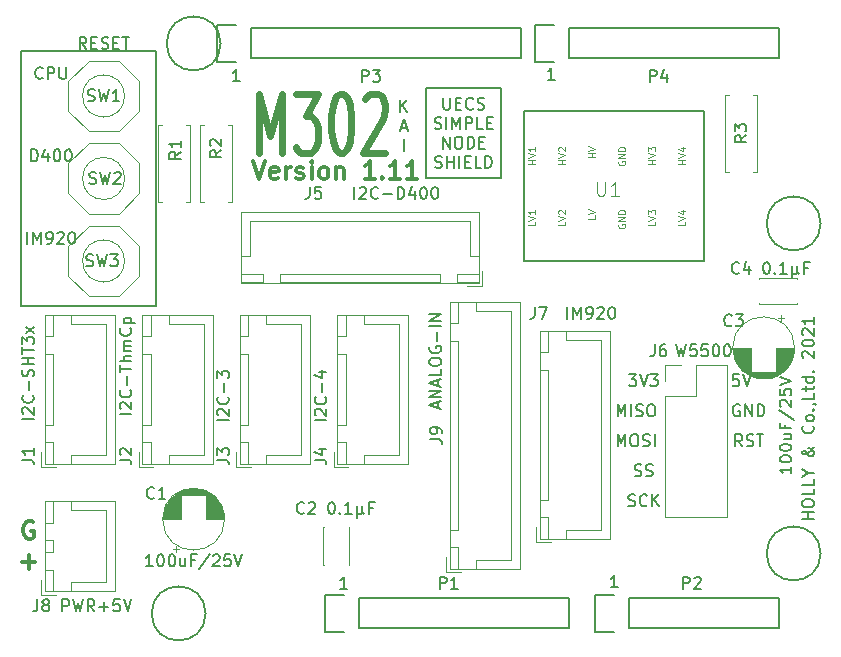
<source format=gbr>
%TF.GenerationSoftware,KiCad,Pcbnew,5.1.6-c6e7f7d~87~ubuntu18.04.1*%
%TF.CreationDate,2021-02-25T00:55:28+09:00*%
%TF.ProjectId,M302,4d333032-2e6b-4696-9361-645f70636258,rev?*%
%TF.SameCoordinates,Original*%
%TF.FileFunction,Legend,Top*%
%TF.FilePolarity,Positive*%
%FSLAX46Y46*%
G04 Gerber Fmt 4.6, Leading zero omitted, Abs format (unit mm)*
G04 Created by KiCad (PCBNEW 5.1.6-c6e7f7d~87~ubuntu18.04.1) date 2021-02-25 00:55:28*
%MOMM*%
%LPD*%
G01*
G04 APERTURE LIST*
%ADD10C,0.300000*%
%ADD11C,0.150000*%
%ADD12C,0.600000*%
%ADD13C,0.120000*%
%ADD14C,0.127000*%
%ADD15C,0.120650*%
%ADD16C,0.048768*%
G04 APERTURE END LIST*
D10*
X131303000Y-85538571D02*
X131803000Y-87038571D01*
X132303000Y-85538571D01*
X133374428Y-86967142D02*
X133231571Y-87038571D01*
X132945857Y-87038571D01*
X132803000Y-86967142D01*
X132731571Y-86824285D01*
X132731571Y-86252857D01*
X132803000Y-86110000D01*
X132945857Y-86038571D01*
X133231571Y-86038571D01*
X133374428Y-86110000D01*
X133445857Y-86252857D01*
X133445857Y-86395714D01*
X132731571Y-86538571D01*
X134088714Y-87038571D02*
X134088714Y-86038571D01*
X134088714Y-86324285D02*
X134160142Y-86181428D01*
X134231571Y-86110000D01*
X134374428Y-86038571D01*
X134517285Y-86038571D01*
X134945857Y-86967142D02*
X135088714Y-87038571D01*
X135374428Y-87038571D01*
X135517285Y-86967142D01*
X135588714Y-86824285D01*
X135588714Y-86752857D01*
X135517285Y-86610000D01*
X135374428Y-86538571D01*
X135160142Y-86538571D01*
X135017285Y-86467142D01*
X134945857Y-86324285D01*
X134945857Y-86252857D01*
X135017285Y-86110000D01*
X135160142Y-86038571D01*
X135374428Y-86038571D01*
X135517285Y-86110000D01*
X136231571Y-87038571D02*
X136231571Y-86038571D01*
X136231571Y-85538571D02*
X136160142Y-85610000D01*
X136231571Y-85681428D01*
X136303000Y-85610000D01*
X136231571Y-85538571D01*
X136231571Y-85681428D01*
X137160142Y-87038571D02*
X137017285Y-86967142D01*
X136945857Y-86895714D01*
X136874428Y-86752857D01*
X136874428Y-86324285D01*
X136945857Y-86181428D01*
X137017285Y-86110000D01*
X137160142Y-86038571D01*
X137374428Y-86038571D01*
X137517285Y-86110000D01*
X137588714Y-86181428D01*
X137660142Y-86324285D01*
X137660142Y-86752857D01*
X137588714Y-86895714D01*
X137517285Y-86967142D01*
X137374428Y-87038571D01*
X137160142Y-87038571D01*
X138303000Y-86038571D02*
X138303000Y-87038571D01*
X138303000Y-86181428D02*
X138374428Y-86110000D01*
X138517285Y-86038571D01*
X138731571Y-86038571D01*
X138874428Y-86110000D01*
X138945857Y-86252857D01*
X138945857Y-87038571D01*
X141588714Y-87038571D02*
X140731571Y-87038571D01*
X141160142Y-87038571D02*
X141160142Y-85538571D01*
X141017285Y-85752857D01*
X140874428Y-85895714D01*
X140731571Y-85967142D01*
X142231571Y-86895714D02*
X142303000Y-86967142D01*
X142231571Y-87038571D01*
X142160142Y-86967142D01*
X142231571Y-86895714D01*
X142231571Y-87038571D01*
X143731571Y-87038571D02*
X142874428Y-87038571D01*
X143303000Y-87038571D02*
X143303000Y-85538571D01*
X143160142Y-85752857D01*
X143017285Y-85895714D01*
X142874428Y-85967142D01*
X145160142Y-87038571D02*
X144303000Y-87038571D01*
X144731571Y-87038571D02*
X144731571Y-85538571D01*
X144588714Y-85752857D01*
X144445857Y-85895714D01*
X144303000Y-85967142D01*
D11*
X145923000Y-86995000D02*
X145923000Y-79375000D01*
X152273000Y-86995000D02*
X145923000Y-86995000D01*
X152273000Y-79375000D02*
X152273000Y-86995000D01*
X145923000Y-79375000D02*
X152273000Y-79375000D01*
X143756095Y-81352380D02*
X143756095Y-80352380D01*
X144327523Y-81352380D02*
X143898952Y-80780952D01*
X144327523Y-80352380D02*
X143756095Y-80923809D01*
X143779904Y-82716666D02*
X144256095Y-82716666D01*
X143684666Y-83002380D02*
X144018000Y-82002380D01*
X144351333Y-83002380D01*
X144018000Y-84652380D02*
X144018000Y-83652380D01*
X130143214Y-78747880D02*
X129571785Y-78747880D01*
X129857500Y-78747880D02*
X129857500Y-77747880D01*
X129762261Y-77890738D01*
X129667023Y-77985976D01*
X129571785Y-78033595D01*
X156813214Y-78620880D02*
X156241785Y-78620880D01*
X156527500Y-78620880D02*
X156527500Y-77620880D01*
X156432261Y-77763738D01*
X156337023Y-77858976D01*
X156241785Y-77906595D01*
X162147214Y-121610380D02*
X161575785Y-121610380D01*
X161861500Y-121610380D02*
X161861500Y-120610380D01*
X161766261Y-120753238D01*
X161671023Y-120848476D01*
X161575785Y-120896095D01*
X147383714Y-80162380D02*
X147383714Y-80971904D01*
X147431333Y-81067142D01*
X147478952Y-81114761D01*
X147574190Y-81162380D01*
X147764666Y-81162380D01*
X147859904Y-81114761D01*
X147907523Y-81067142D01*
X147955142Y-80971904D01*
X147955142Y-80162380D01*
X148431333Y-80638571D02*
X148764666Y-80638571D01*
X148907523Y-81162380D02*
X148431333Y-81162380D01*
X148431333Y-80162380D01*
X148907523Y-80162380D01*
X149907523Y-81067142D02*
X149859904Y-81114761D01*
X149717047Y-81162380D01*
X149621809Y-81162380D01*
X149478952Y-81114761D01*
X149383714Y-81019523D01*
X149336095Y-80924285D01*
X149288476Y-80733809D01*
X149288476Y-80590952D01*
X149336095Y-80400476D01*
X149383714Y-80305238D01*
X149478952Y-80210000D01*
X149621809Y-80162380D01*
X149717047Y-80162380D01*
X149859904Y-80210000D01*
X149907523Y-80257619D01*
X150288476Y-81114761D02*
X150431333Y-81162380D01*
X150669428Y-81162380D01*
X150764666Y-81114761D01*
X150812285Y-81067142D01*
X150859904Y-80971904D01*
X150859904Y-80876666D01*
X150812285Y-80781428D01*
X150764666Y-80733809D01*
X150669428Y-80686190D01*
X150478952Y-80638571D01*
X150383714Y-80590952D01*
X150336095Y-80543333D01*
X150288476Y-80448095D01*
X150288476Y-80352857D01*
X150336095Y-80257619D01*
X150383714Y-80210000D01*
X150478952Y-80162380D01*
X150717047Y-80162380D01*
X150859904Y-80210000D01*
X146645619Y-82764761D02*
X146788476Y-82812380D01*
X147026571Y-82812380D01*
X147121809Y-82764761D01*
X147169428Y-82717142D01*
X147217047Y-82621904D01*
X147217047Y-82526666D01*
X147169428Y-82431428D01*
X147121809Y-82383809D01*
X147026571Y-82336190D01*
X146836095Y-82288571D01*
X146740857Y-82240952D01*
X146693238Y-82193333D01*
X146645619Y-82098095D01*
X146645619Y-82002857D01*
X146693238Y-81907619D01*
X146740857Y-81860000D01*
X146836095Y-81812380D01*
X147074190Y-81812380D01*
X147217047Y-81860000D01*
X147645619Y-82812380D02*
X147645619Y-81812380D01*
X148121809Y-82812380D02*
X148121809Y-81812380D01*
X148455142Y-82526666D01*
X148788476Y-81812380D01*
X148788476Y-82812380D01*
X149264666Y-82812380D02*
X149264666Y-81812380D01*
X149645619Y-81812380D01*
X149740857Y-81860000D01*
X149788476Y-81907619D01*
X149836095Y-82002857D01*
X149836095Y-82145714D01*
X149788476Y-82240952D01*
X149740857Y-82288571D01*
X149645619Y-82336190D01*
X149264666Y-82336190D01*
X150740857Y-82812380D02*
X150264666Y-82812380D01*
X150264666Y-81812380D01*
X151074190Y-82288571D02*
X151407523Y-82288571D01*
X151550380Y-82812380D02*
X151074190Y-82812380D01*
X151074190Y-81812380D01*
X151550380Y-81812380D01*
X147336095Y-84462380D02*
X147336095Y-83462380D01*
X147907523Y-84462380D01*
X147907523Y-83462380D01*
X148574190Y-83462380D02*
X148764666Y-83462380D01*
X148859904Y-83510000D01*
X148955142Y-83605238D01*
X149002761Y-83795714D01*
X149002761Y-84129047D01*
X148955142Y-84319523D01*
X148859904Y-84414761D01*
X148764666Y-84462380D01*
X148574190Y-84462380D01*
X148478952Y-84414761D01*
X148383714Y-84319523D01*
X148336095Y-84129047D01*
X148336095Y-83795714D01*
X148383714Y-83605238D01*
X148478952Y-83510000D01*
X148574190Y-83462380D01*
X149431333Y-84462380D02*
X149431333Y-83462380D01*
X149669428Y-83462380D01*
X149812285Y-83510000D01*
X149907523Y-83605238D01*
X149955142Y-83700476D01*
X150002761Y-83890952D01*
X150002761Y-84033809D01*
X149955142Y-84224285D01*
X149907523Y-84319523D01*
X149812285Y-84414761D01*
X149669428Y-84462380D01*
X149431333Y-84462380D01*
X150431333Y-83938571D02*
X150764666Y-83938571D01*
X150907523Y-84462380D02*
X150431333Y-84462380D01*
X150431333Y-83462380D01*
X150907523Y-83462380D01*
X146693238Y-86064761D02*
X146836095Y-86112380D01*
X147074190Y-86112380D01*
X147169428Y-86064761D01*
X147217047Y-86017142D01*
X147264666Y-85921904D01*
X147264666Y-85826666D01*
X147217047Y-85731428D01*
X147169428Y-85683809D01*
X147074190Y-85636190D01*
X146883714Y-85588571D01*
X146788476Y-85540952D01*
X146740857Y-85493333D01*
X146693238Y-85398095D01*
X146693238Y-85302857D01*
X146740857Y-85207619D01*
X146788476Y-85160000D01*
X146883714Y-85112380D01*
X147121809Y-85112380D01*
X147264666Y-85160000D01*
X147693238Y-86112380D02*
X147693238Y-85112380D01*
X147693238Y-85588571D02*
X148264666Y-85588571D01*
X148264666Y-86112380D02*
X148264666Y-85112380D01*
X148740857Y-86112380D02*
X148740857Y-85112380D01*
X149217047Y-85588571D02*
X149550380Y-85588571D01*
X149693238Y-86112380D02*
X149217047Y-86112380D01*
X149217047Y-85112380D01*
X149693238Y-85112380D01*
X150598000Y-86112380D02*
X150121809Y-86112380D01*
X150121809Y-85112380D01*
X150931333Y-86112380D02*
X150931333Y-85112380D01*
X151169428Y-85112380D01*
X151312285Y-85160000D01*
X151407523Y-85255238D01*
X151455142Y-85350476D01*
X151502761Y-85540952D01*
X151502761Y-85683809D01*
X151455142Y-85874285D01*
X151407523Y-85969523D01*
X151312285Y-86064761D01*
X151169428Y-86112380D01*
X150931333Y-86112380D01*
X163099904Y-103592380D02*
X163718952Y-103592380D01*
X163385619Y-103973333D01*
X163528476Y-103973333D01*
X163623714Y-104020952D01*
X163671333Y-104068571D01*
X163718952Y-104163809D01*
X163718952Y-104401904D01*
X163671333Y-104497142D01*
X163623714Y-104544761D01*
X163528476Y-104592380D01*
X163242761Y-104592380D01*
X163147523Y-104544761D01*
X163099904Y-104497142D01*
X164004666Y-103592380D02*
X164338000Y-104592380D01*
X164671333Y-103592380D01*
X164909428Y-103592380D02*
X165528476Y-103592380D01*
X165195142Y-103973333D01*
X165338000Y-103973333D01*
X165433238Y-104020952D01*
X165480857Y-104068571D01*
X165528476Y-104163809D01*
X165528476Y-104401904D01*
X165480857Y-104497142D01*
X165433238Y-104544761D01*
X165338000Y-104592380D01*
X165052285Y-104592380D01*
X164957047Y-104544761D01*
X164909428Y-104497142D01*
X162131571Y-107132380D02*
X162131571Y-106132380D01*
X162464904Y-106846666D01*
X162798238Y-106132380D01*
X162798238Y-107132380D01*
X163274428Y-107132380D02*
X163274428Y-106132380D01*
X163703000Y-107084761D02*
X163845857Y-107132380D01*
X164083952Y-107132380D01*
X164179190Y-107084761D01*
X164226809Y-107037142D01*
X164274428Y-106941904D01*
X164274428Y-106846666D01*
X164226809Y-106751428D01*
X164179190Y-106703809D01*
X164083952Y-106656190D01*
X163893476Y-106608571D01*
X163798238Y-106560952D01*
X163750619Y-106513333D01*
X163703000Y-106418095D01*
X163703000Y-106322857D01*
X163750619Y-106227619D01*
X163798238Y-106180000D01*
X163893476Y-106132380D01*
X164131571Y-106132380D01*
X164274428Y-106180000D01*
X164893476Y-106132380D02*
X165083952Y-106132380D01*
X165179190Y-106180000D01*
X165274428Y-106275238D01*
X165322047Y-106465714D01*
X165322047Y-106799047D01*
X165274428Y-106989523D01*
X165179190Y-107084761D01*
X165083952Y-107132380D01*
X164893476Y-107132380D01*
X164798238Y-107084761D01*
X164703000Y-106989523D01*
X164655380Y-106799047D01*
X164655380Y-106465714D01*
X164703000Y-106275238D01*
X164798238Y-106180000D01*
X164893476Y-106132380D01*
X162131571Y-109672380D02*
X162131571Y-108672380D01*
X162464904Y-109386666D01*
X162798238Y-108672380D01*
X162798238Y-109672380D01*
X163464904Y-108672380D02*
X163655380Y-108672380D01*
X163750619Y-108720000D01*
X163845857Y-108815238D01*
X163893476Y-109005714D01*
X163893476Y-109339047D01*
X163845857Y-109529523D01*
X163750619Y-109624761D01*
X163655380Y-109672380D01*
X163464904Y-109672380D01*
X163369666Y-109624761D01*
X163274428Y-109529523D01*
X163226809Y-109339047D01*
X163226809Y-109005714D01*
X163274428Y-108815238D01*
X163369666Y-108720000D01*
X163464904Y-108672380D01*
X164274428Y-109624761D02*
X164417285Y-109672380D01*
X164655380Y-109672380D01*
X164750619Y-109624761D01*
X164798238Y-109577142D01*
X164845857Y-109481904D01*
X164845857Y-109386666D01*
X164798238Y-109291428D01*
X164750619Y-109243809D01*
X164655380Y-109196190D01*
X164464904Y-109148571D01*
X164369666Y-109100952D01*
X164322047Y-109053333D01*
X164274428Y-108958095D01*
X164274428Y-108862857D01*
X164322047Y-108767619D01*
X164369666Y-108720000D01*
X164464904Y-108672380D01*
X164703000Y-108672380D01*
X164845857Y-108720000D01*
X165274428Y-109672380D02*
X165274428Y-108672380D01*
X163576095Y-112164761D02*
X163718952Y-112212380D01*
X163957047Y-112212380D01*
X164052285Y-112164761D01*
X164099904Y-112117142D01*
X164147523Y-112021904D01*
X164147523Y-111926666D01*
X164099904Y-111831428D01*
X164052285Y-111783809D01*
X163957047Y-111736190D01*
X163766571Y-111688571D01*
X163671333Y-111640952D01*
X163623714Y-111593333D01*
X163576095Y-111498095D01*
X163576095Y-111402857D01*
X163623714Y-111307619D01*
X163671333Y-111260000D01*
X163766571Y-111212380D01*
X164004666Y-111212380D01*
X164147523Y-111260000D01*
X164528476Y-112164761D02*
X164671333Y-112212380D01*
X164909428Y-112212380D01*
X165004666Y-112164761D01*
X165052285Y-112117142D01*
X165099904Y-112021904D01*
X165099904Y-111926666D01*
X165052285Y-111831428D01*
X165004666Y-111783809D01*
X164909428Y-111736190D01*
X164718952Y-111688571D01*
X164623714Y-111640952D01*
X164576095Y-111593333D01*
X164528476Y-111498095D01*
X164528476Y-111402857D01*
X164576095Y-111307619D01*
X164623714Y-111260000D01*
X164718952Y-111212380D01*
X164957047Y-111212380D01*
X165099904Y-111260000D01*
X163052285Y-114704761D02*
X163195142Y-114752380D01*
X163433238Y-114752380D01*
X163528476Y-114704761D01*
X163576095Y-114657142D01*
X163623714Y-114561904D01*
X163623714Y-114466666D01*
X163576095Y-114371428D01*
X163528476Y-114323809D01*
X163433238Y-114276190D01*
X163242761Y-114228571D01*
X163147523Y-114180952D01*
X163099904Y-114133333D01*
X163052285Y-114038095D01*
X163052285Y-113942857D01*
X163099904Y-113847619D01*
X163147523Y-113800000D01*
X163242761Y-113752380D01*
X163480857Y-113752380D01*
X163623714Y-113800000D01*
X164623714Y-114657142D02*
X164576095Y-114704761D01*
X164433238Y-114752380D01*
X164338000Y-114752380D01*
X164195142Y-114704761D01*
X164099904Y-114609523D01*
X164052285Y-114514285D01*
X164004666Y-114323809D01*
X164004666Y-114180952D01*
X164052285Y-113990476D01*
X164099904Y-113895238D01*
X164195142Y-113800000D01*
X164338000Y-113752380D01*
X164433238Y-113752380D01*
X164576095Y-113800000D01*
X164623714Y-113847619D01*
X165052285Y-114752380D02*
X165052285Y-113752380D01*
X165623714Y-114752380D02*
X165195142Y-114180952D01*
X165623714Y-113752380D02*
X165052285Y-114323809D01*
X172680380Y-109672380D02*
X172347047Y-109196190D01*
X172108952Y-109672380D02*
X172108952Y-108672380D01*
X172489904Y-108672380D01*
X172585142Y-108720000D01*
X172632761Y-108767619D01*
X172680380Y-108862857D01*
X172680380Y-109005714D01*
X172632761Y-109100952D01*
X172585142Y-109148571D01*
X172489904Y-109196190D01*
X172108952Y-109196190D01*
X173061333Y-109624761D02*
X173204190Y-109672380D01*
X173442285Y-109672380D01*
X173537523Y-109624761D01*
X173585142Y-109577142D01*
X173632761Y-109481904D01*
X173632761Y-109386666D01*
X173585142Y-109291428D01*
X173537523Y-109243809D01*
X173442285Y-109196190D01*
X173251809Y-109148571D01*
X173156571Y-109100952D01*
X173108952Y-109053333D01*
X173061333Y-108958095D01*
X173061333Y-108862857D01*
X173108952Y-108767619D01*
X173156571Y-108720000D01*
X173251809Y-108672380D01*
X173489904Y-108672380D01*
X173632761Y-108720000D01*
X173918476Y-108672380D02*
X174489904Y-108672380D01*
X174204190Y-109672380D02*
X174204190Y-108672380D01*
X172466095Y-106180000D02*
X172370857Y-106132380D01*
X172228000Y-106132380D01*
X172085142Y-106180000D01*
X171989904Y-106275238D01*
X171942285Y-106370476D01*
X171894666Y-106560952D01*
X171894666Y-106703809D01*
X171942285Y-106894285D01*
X171989904Y-106989523D01*
X172085142Y-107084761D01*
X172228000Y-107132380D01*
X172323238Y-107132380D01*
X172466095Y-107084761D01*
X172513714Y-107037142D01*
X172513714Y-106703809D01*
X172323238Y-106703809D01*
X172942285Y-107132380D02*
X172942285Y-106132380D01*
X173513714Y-107132380D01*
X173513714Y-106132380D01*
X173989904Y-107132380D02*
X173989904Y-106132380D01*
X174228000Y-106132380D01*
X174370857Y-106180000D01*
X174466095Y-106275238D01*
X174513714Y-106370476D01*
X174561333Y-106560952D01*
X174561333Y-106703809D01*
X174513714Y-106894285D01*
X174466095Y-106989523D01*
X174370857Y-107084761D01*
X174228000Y-107132380D01*
X173989904Y-107132380D01*
X172402523Y-103592380D02*
X171926333Y-103592380D01*
X171878714Y-104068571D01*
X171926333Y-104020952D01*
X172021571Y-103973333D01*
X172259666Y-103973333D01*
X172354904Y-104020952D01*
X172402523Y-104068571D01*
X172450142Y-104163809D01*
X172450142Y-104401904D01*
X172402523Y-104497142D01*
X172354904Y-104544761D01*
X172259666Y-104592380D01*
X172021571Y-104592380D01*
X171926333Y-104544761D01*
X171878714Y-104497142D01*
X172735857Y-103592380D02*
X173069190Y-104592380D01*
X173402523Y-103592380D01*
X178760380Y-115838809D02*
X177760380Y-115838809D01*
X178236571Y-115838809D02*
X178236571Y-115267380D01*
X178760380Y-115267380D02*
X177760380Y-115267380D01*
X177760380Y-114600714D02*
X177760380Y-114410238D01*
X177808000Y-114315000D01*
X177903238Y-114219761D01*
X178093714Y-114172142D01*
X178427047Y-114172142D01*
X178617523Y-114219761D01*
X178712761Y-114315000D01*
X178760380Y-114410238D01*
X178760380Y-114600714D01*
X178712761Y-114695952D01*
X178617523Y-114791190D01*
X178427047Y-114838809D01*
X178093714Y-114838809D01*
X177903238Y-114791190D01*
X177808000Y-114695952D01*
X177760380Y-114600714D01*
X178760380Y-113267380D02*
X178760380Y-113743571D01*
X177760380Y-113743571D01*
X178760380Y-112457857D02*
X178760380Y-112934047D01*
X177760380Y-112934047D01*
X178284190Y-111934047D02*
X178760380Y-111934047D01*
X177760380Y-112267380D02*
X178284190Y-111934047D01*
X177760380Y-111600714D01*
X178760380Y-109695952D02*
X178760380Y-109743571D01*
X178712761Y-109838809D01*
X178569904Y-109981666D01*
X178284190Y-110219761D01*
X178141333Y-110315000D01*
X177998476Y-110362619D01*
X177903238Y-110362619D01*
X177808000Y-110315000D01*
X177760380Y-110219761D01*
X177760380Y-110172142D01*
X177808000Y-110076904D01*
X177903238Y-110029285D01*
X177950857Y-110029285D01*
X178046095Y-110076904D01*
X178093714Y-110124523D01*
X178284190Y-110410238D01*
X178331809Y-110457857D01*
X178427047Y-110505476D01*
X178569904Y-110505476D01*
X178665142Y-110457857D01*
X178712761Y-110410238D01*
X178760380Y-110315000D01*
X178760380Y-110172142D01*
X178712761Y-110076904D01*
X178665142Y-110029285D01*
X178474666Y-109886428D01*
X178331809Y-109838809D01*
X178236571Y-109838809D01*
X178665142Y-107934047D02*
X178712761Y-107981666D01*
X178760380Y-108124523D01*
X178760380Y-108219761D01*
X178712761Y-108362619D01*
X178617523Y-108457857D01*
X178522285Y-108505476D01*
X178331809Y-108553095D01*
X178188952Y-108553095D01*
X177998476Y-108505476D01*
X177903238Y-108457857D01*
X177808000Y-108362619D01*
X177760380Y-108219761D01*
X177760380Y-108124523D01*
X177808000Y-107981666D01*
X177855619Y-107934047D01*
X178760380Y-107362619D02*
X178712761Y-107457857D01*
X178665142Y-107505476D01*
X178569904Y-107553095D01*
X178284190Y-107553095D01*
X178188952Y-107505476D01*
X178141333Y-107457857D01*
X178093714Y-107362619D01*
X178093714Y-107219761D01*
X178141333Y-107124523D01*
X178188952Y-107076904D01*
X178284190Y-107029285D01*
X178569904Y-107029285D01*
X178665142Y-107076904D01*
X178712761Y-107124523D01*
X178760380Y-107219761D01*
X178760380Y-107362619D01*
X178665142Y-106600714D02*
X178712761Y-106553095D01*
X178760380Y-106600714D01*
X178712761Y-106648333D01*
X178665142Y-106600714D01*
X178760380Y-106600714D01*
X178712761Y-106076904D02*
X178760380Y-106076904D01*
X178855619Y-106124523D01*
X178903238Y-106172142D01*
X178760380Y-105172142D02*
X178760380Y-105648333D01*
X177760380Y-105648333D01*
X178093714Y-104981666D02*
X178093714Y-104600714D01*
X177760380Y-104838809D02*
X178617523Y-104838809D01*
X178712761Y-104791190D01*
X178760380Y-104695952D01*
X178760380Y-104600714D01*
X178760380Y-103838809D02*
X177760380Y-103838809D01*
X178712761Y-103838809D02*
X178760380Y-103934047D01*
X178760380Y-104124523D01*
X178712761Y-104219761D01*
X178665142Y-104267380D01*
X178569904Y-104315000D01*
X178284190Y-104315000D01*
X178188952Y-104267380D01*
X178141333Y-104219761D01*
X178093714Y-104124523D01*
X178093714Y-103934047D01*
X178141333Y-103838809D01*
X178665142Y-103362619D02*
X178712761Y-103315000D01*
X178760380Y-103362619D01*
X178712761Y-103410238D01*
X178665142Y-103362619D01*
X178760380Y-103362619D01*
X177855619Y-102172142D02*
X177808000Y-102124523D01*
X177760380Y-102029285D01*
X177760380Y-101791190D01*
X177808000Y-101695952D01*
X177855619Y-101648333D01*
X177950857Y-101600714D01*
X178046095Y-101600714D01*
X178188952Y-101648333D01*
X178760380Y-102219761D01*
X178760380Y-101600714D01*
X177760380Y-100981666D02*
X177760380Y-100886428D01*
X177808000Y-100791190D01*
X177855619Y-100743571D01*
X177950857Y-100695952D01*
X178141333Y-100648333D01*
X178379428Y-100648333D01*
X178569904Y-100695952D01*
X178665142Y-100743571D01*
X178712761Y-100791190D01*
X178760380Y-100886428D01*
X178760380Y-100981666D01*
X178712761Y-101076904D01*
X178665142Y-101124523D01*
X178569904Y-101172142D01*
X178379428Y-101219761D01*
X178141333Y-101219761D01*
X177950857Y-101172142D01*
X177855619Y-101124523D01*
X177808000Y-101076904D01*
X177760380Y-100981666D01*
X177855619Y-100267380D02*
X177808000Y-100219761D01*
X177760380Y-100124523D01*
X177760380Y-99886428D01*
X177808000Y-99791190D01*
X177855619Y-99743571D01*
X177950857Y-99695952D01*
X178046095Y-99695952D01*
X178188952Y-99743571D01*
X178760380Y-100315000D01*
X178760380Y-99695952D01*
X178760380Y-98743571D02*
X178760380Y-99315000D01*
X178760380Y-99029285D02*
X177760380Y-99029285D01*
X177903238Y-99124523D01*
X177998476Y-99219761D01*
X178046095Y-99315000D01*
D12*
X131747285Y-84811904D02*
X131747285Y-79811904D01*
X132747285Y-83383333D01*
X133747285Y-79811904D01*
X133747285Y-84811904D01*
X134890142Y-79811904D02*
X136747285Y-79811904D01*
X135747285Y-81716666D01*
X136175857Y-81716666D01*
X136461571Y-81954761D01*
X136604428Y-82192857D01*
X136747285Y-82669047D01*
X136747285Y-83859523D01*
X136604428Y-84335714D01*
X136461571Y-84573809D01*
X136175857Y-84811904D01*
X135318714Y-84811904D01*
X135033000Y-84573809D01*
X134890142Y-84335714D01*
X138604428Y-79811904D02*
X138890142Y-79811904D01*
X139175857Y-80050000D01*
X139318714Y-80288095D01*
X139461571Y-80764285D01*
X139604428Y-81716666D01*
X139604428Y-82907142D01*
X139461571Y-83859523D01*
X139318714Y-84335714D01*
X139175857Y-84573809D01*
X138890142Y-84811904D01*
X138604428Y-84811904D01*
X138318714Y-84573809D01*
X138175857Y-84335714D01*
X138033000Y-83859523D01*
X137890142Y-82907142D01*
X137890142Y-81716666D01*
X138033000Y-80764285D01*
X138175857Y-80288095D01*
X138318714Y-80050000D01*
X138604428Y-79811904D01*
X140747285Y-80288095D02*
X140890142Y-80050000D01*
X141175857Y-79811904D01*
X141890142Y-79811904D01*
X142175857Y-80050000D01*
X142318714Y-80288095D01*
X142461571Y-80764285D01*
X142461571Y-81240476D01*
X142318714Y-81954761D01*
X140604428Y-84811904D01*
X142461571Y-84811904D01*
D11*
X117165619Y-76017380D02*
X116832285Y-75541190D01*
X116594190Y-76017380D02*
X116594190Y-75017380D01*
X116975142Y-75017380D01*
X117070380Y-75065000D01*
X117118000Y-75112619D01*
X117165619Y-75207857D01*
X117165619Y-75350714D01*
X117118000Y-75445952D01*
X117070380Y-75493571D01*
X116975142Y-75541190D01*
X116594190Y-75541190D01*
X117594190Y-75493571D02*
X117927523Y-75493571D01*
X118070380Y-76017380D02*
X117594190Y-76017380D01*
X117594190Y-75017380D01*
X118070380Y-75017380D01*
X118451333Y-75969761D02*
X118594190Y-76017380D01*
X118832285Y-76017380D01*
X118927523Y-75969761D01*
X118975142Y-75922142D01*
X119022761Y-75826904D01*
X119022761Y-75731666D01*
X118975142Y-75636428D01*
X118927523Y-75588809D01*
X118832285Y-75541190D01*
X118641809Y-75493571D01*
X118546571Y-75445952D01*
X118498952Y-75398333D01*
X118451333Y-75303095D01*
X118451333Y-75207857D01*
X118498952Y-75112619D01*
X118546571Y-75065000D01*
X118641809Y-75017380D01*
X118879904Y-75017380D01*
X119022761Y-75065000D01*
X119451333Y-75493571D02*
X119784666Y-75493571D01*
X119927523Y-76017380D02*
X119451333Y-76017380D01*
X119451333Y-75017380D01*
X119927523Y-75017380D01*
X120213238Y-75017380D02*
X120784666Y-75017380D01*
X120498952Y-76017380D02*
X120498952Y-75017380D01*
X111633000Y-97790000D02*
X111633000Y-76200000D01*
X123063000Y-97790000D02*
X111633000Y-97790000D01*
X123063000Y-76200000D02*
X123063000Y-97790000D01*
X111633000Y-76200000D02*
X123063000Y-76200000D01*
D10*
X112660857Y-116090000D02*
X112518000Y-116018571D01*
X112303714Y-116018571D01*
X112089428Y-116090000D01*
X111946571Y-116232857D01*
X111875142Y-116375714D01*
X111803714Y-116661428D01*
X111803714Y-116875714D01*
X111875142Y-117161428D01*
X111946571Y-117304285D01*
X112089428Y-117447142D01*
X112303714Y-117518571D01*
X112446571Y-117518571D01*
X112660857Y-117447142D01*
X112732285Y-117375714D01*
X112732285Y-116875714D01*
X112446571Y-116875714D01*
X111696571Y-119487142D02*
X112839428Y-119487142D01*
X112268000Y-120058571D02*
X112268000Y-118915714D01*
D11*
X139223714Y-121737380D02*
X138652285Y-121737380D01*
X138938000Y-121737380D02*
X138938000Y-120737380D01*
X138842761Y-120880238D01*
X138747523Y-120975476D01*
X138652285Y-121023095D01*
D13*
%TO.C,C4*%
X174128000Y-95400000D02*
X177368000Y-95400000D01*
X174128000Y-97640000D02*
X177368000Y-97640000D01*
X174128000Y-95400000D02*
X174128000Y-95465000D01*
X174128000Y-97575000D02*
X174128000Y-97640000D01*
X177368000Y-95400000D02*
X177368000Y-95465000D01*
X177368000Y-97575000D02*
X177368000Y-97640000D01*
%TO.C,C3*%
X177118000Y-101330000D02*
G75*
G03*
X177118000Y-101330000I-2620000J0D01*
G01*
X173458000Y-101330000D02*
X171918000Y-101330000D01*
X177078000Y-101330000D02*
X175538000Y-101330000D01*
X173458000Y-101370000D02*
X171918000Y-101370000D01*
X177078000Y-101370000D02*
X175538000Y-101370000D01*
X177077000Y-101410000D02*
X175538000Y-101410000D01*
X173458000Y-101410000D02*
X171919000Y-101410000D01*
X177076000Y-101450000D02*
X175538000Y-101450000D01*
X173458000Y-101450000D02*
X171920000Y-101450000D01*
X177074000Y-101490000D02*
X175538000Y-101490000D01*
X173458000Y-101490000D02*
X171922000Y-101490000D01*
X177071000Y-101530000D02*
X175538000Y-101530000D01*
X173458000Y-101530000D02*
X171925000Y-101530000D01*
X177067000Y-101570000D02*
X175538000Y-101570000D01*
X173458000Y-101570000D02*
X171929000Y-101570000D01*
X177063000Y-101610000D02*
X175538000Y-101610000D01*
X173458000Y-101610000D02*
X171933000Y-101610000D01*
X177059000Y-101650000D02*
X175538000Y-101650000D01*
X173458000Y-101650000D02*
X171937000Y-101650000D01*
X177054000Y-101690000D02*
X175538000Y-101690000D01*
X173458000Y-101690000D02*
X171942000Y-101690000D01*
X177048000Y-101730000D02*
X175538000Y-101730000D01*
X173458000Y-101730000D02*
X171948000Y-101730000D01*
X177041000Y-101770000D02*
X175538000Y-101770000D01*
X173458000Y-101770000D02*
X171955000Y-101770000D01*
X177034000Y-101810000D02*
X175538000Y-101810000D01*
X173458000Y-101810000D02*
X171962000Y-101810000D01*
X177026000Y-101850000D02*
X175538000Y-101850000D01*
X173458000Y-101850000D02*
X171970000Y-101850000D01*
X177018000Y-101890000D02*
X175538000Y-101890000D01*
X173458000Y-101890000D02*
X171978000Y-101890000D01*
X177009000Y-101930000D02*
X175538000Y-101930000D01*
X173458000Y-101930000D02*
X171987000Y-101930000D01*
X176999000Y-101970000D02*
X175538000Y-101970000D01*
X173458000Y-101970000D02*
X171997000Y-101970000D01*
X176989000Y-102010000D02*
X175538000Y-102010000D01*
X173458000Y-102010000D02*
X172007000Y-102010000D01*
X176978000Y-102051000D02*
X175538000Y-102051000D01*
X173458000Y-102051000D02*
X172018000Y-102051000D01*
X176966000Y-102091000D02*
X175538000Y-102091000D01*
X173458000Y-102091000D02*
X172030000Y-102091000D01*
X176953000Y-102131000D02*
X175538000Y-102131000D01*
X173458000Y-102131000D02*
X172043000Y-102131000D01*
X176940000Y-102171000D02*
X175538000Y-102171000D01*
X173458000Y-102171000D02*
X172056000Y-102171000D01*
X176926000Y-102211000D02*
X175538000Y-102211000D01*
X173458000Y-102211000D02*
X172070000Y-102211000D01*
X176912000Y-102251000D02*
X175538000Y-102251000D01*
X173458000Y-102251000D02*
X172084000Y-102251000D01*
X176896000Y-102291000D02*
X175538000Y-102291000D01*
X173458000Y-102291000D02*
X172100000Y-102291000D01*
X176880000Y-102331000D02*
X175538000Y-102331000D01*
X173458000Y-102331000D02*
X172116000Y-102331000D01*
X176863000Y-102371000D02*
X175538000Y-102371000D01*
X173458000Y-102371000D02*
X172133000Y-102371000D01*
X176846000Y-102411000D02*
X175538000Y-102411000D01*
X173458000Y-102411000D02*
X172150000Y-102411000D01*
X176827000Y-102451000D02*
X175538000Y-102451000D01*
X173458000Y-102451000D02*
X172169000Y-102451000D01*
X176808000Y-102491000D02*
X175538000Y-102491000D01*
X173458000Y-102491000D02*
X172188000Y-102491000D01*
X176788000Y-102531000D02*
X175538000Y-102531000D01*
X173458000Y-102531000D02*
X172208000Y-102531000D01*
X176766000Y-102571000D02*
X175538000Y-102571000D01*
X173458000Y-102571000D02*
X172230000Y-102571000D01*
X176745000Y-102611000D02*
X175538000Y-102611000D01*
X173458000Y-102611000D02*
X172251000Y-102611000D01*
X176722000Y-102651000D02*
X175538000Y-102651000D01*
X173458000Y-102651000D02*
X172274000Y-102651000D01*
X176698000Y-102691000D02*
X175538000Y-102691000D01*
X173458000Y-102691000D02*
X172298000Y-102691000D01*
X176673000Y-102731000D02*
X175538000Y-102731000D01*
X173458000Y-102731000D02*
X172323000Y-102731000D01*
X176647000Y-102771000D02*
X175538000Y-102771000D01*
X173458000Y-102771000D02*
X172349000Y-102771000D01*
X176620000Y-102811000D02*
X175538000Y-102811000D01*
X173458000Y-102811000D02*
X172376000Y-102811000D01*
X176593000Y-102851000D02*
X175538000Y-102851000D01*
X173458000Y-102851000D02*
X172403000Y-102851000D01*
X176563000Y-102891000D02*
X175538000Y-102891000D01*
X173458000Y-102891000D02*
X172433000Y-102891000D01*
X176533000Y-102931000D02*
X175538000Y-102931000D01*
X173458000Y-102931000D02*
X172463000Y-102931000D01*
X176502000Y-102971000D02*
X175538000Y-102971000D01*
X173458000Y-102971000D02*
X172494000Y-102971000D01*
X176469000Y-103011000D02*
X175538000Y-103011000D01*
X173458000Y-103011000D02*
X172527000Y-103011000D01*
X176435000Y-103051000D02*
X175538000Y-103051000D01*
X173458000Y-103051000D02*
X172561000Y-103051000D01*
X176399000Y-103091000D02*
X175538000Y-103091000D01*
X173458000Y-103091000D02*
X172597000Y-103091000D01*
X176362000Y-103131000D02*
X175538000Y-103131000D01*
X173458000Y-103131000D02*
X172634000Y-103131000D01*
X176324000Y-103171000D02*
X175538000Y-103171000D01*
X173458000Y-103171000D02*
X172672000Y-103171000D01*
X176283000Y-103211000D02*
X175538000Y-103211000D01*
X173458000Y-103211000D02*
X172713000Y-103211000D01*
X176241000Y-103251000D02*
X175538000Y-103251000D01*
X173458000Y-103251000D02*
X172755000Y-103251000D01*
X176197000Y-103291000D02*
X175538000Y-103291000D01*
X173458000Y-103291000D02*
X172799000Y-103291000D01*
X176151000Y-103331000D02*
X175538000Y-103331000D01*
X173458000Y-103331000D02*
X172845000Y-103331000D01*
X176103000Y-103371000D02*
X172893000Y-103371000D01*
X176052000Y-103411000D02*
X172944000Y-103411000D01*
X175998000Y-103451000D02*
X172998000Y-103451000D01*
X175941000Y-103491000D02*
X173055000Y-103491000D01*
X175881000Y-103531000D02*
X173115000Y-103531000D01*
X175817000Y-103571000D02*
X173179000Y-103571000D01*
X175749000Y-103611000D02*
X173247000Y-103611000D01*
X175676000Y-103651000D02*
X173320000Y-103651000D01*
X175596000Y-103691000D02*
X173400000Y-103691000D01*
X175509000Y-103731000D02*
X173487000Y-103731000D01*
X175413000Y-103771000D02*
X173583000Y-103771000D01*
X175303000Y-103811000D02*
X173693000Y-103811000D01*
X175175000Y-103851000D02*
X173821000Y-103851000D01*
X175016000Y-103891000D02*
X173980000Y-103891000D01*
X174782000Y-103931000D02*
X174214000Y-103931000D01*
X175973000Y-98525225D02*
X175973000Y-99025225D01*
X176223000Y-98775225D02*
X175723000Y-98775225D01*
%TO.C,C2*%
X139358000Y-116510000D02*
X139423000Y-116510000D01*
X137183000Y-116510000D02*
X137248000Y-116510000D01*
X139358000Y-119750000D02*
X139423000Y-119750000D01*
X137183000Y-119750000D02*
X137248000Y-119750000D01*
X139423000Y-119750000D02*
X139423000Y-116510000D01*
X137183000Y-119750000D02*
X137183000Y-116510000D01*
%TO.C,J9*%
X147618000Y-120325000D02*
X148868000Y-120325000D01*
X147618000Y-119075000D02*
X147618000Y-120325000D01*
X153118000Y-98175000D02*
X153118000Y-108725000D01*
X150168000Y-98175000D02*
X153118000Y-98175000D01*
X150168000Y-97425000D02*
X150168000Y-98175000D01*
X153118000Y-119275000D02*
X153118000Y-108725000D01*
X150168000Y-119275000D02*
X153118000Y-119275000D01*
X150168000Y-120025000D02*
X150168000Y-119275000D01*
X147918000Y-97425000D02*
X147918000Y-99225000D01*
X148668000Y-97425000D02*
X147918000Y-97425000D01*
X148668000Y-99225000D02*
X148668000Y-97425000D01*
X147918000Y-99225000D02*
X148668000Y-99225000D01*
X147918000Y-118225000D02*
X147918000Y-120025000D01*
X148668000Y-118225000D02*
X147918000Y-118225000D01*
X148668000Y-120025000D02*
X148668000Y-118225000D01*
X147918000Y-120025000D02*
X148668000Y-120025000D01*
X147918000Y-100725000D02*
X147918000Y-116725000D01*
X148668000Y-100725000D02*
X147918000Y-100725000D01*
X148668000Y-116725000D02*
X148668000Y-100725000D01*
X147918000Y-116725000D02*
X148668000Y-116725000D01*
X147908000Y-97415000D02*
X147908000Y-120035000D01*
X153878000Y-97415000D02*
X147908000Y-97415000D01*
X153878000Y-120035000D02*
X153878000Y-97415000D01*
X147908000Y-120035000D02*
X153878000Y-120035000D01*
%TO.C,R3*%
X173633000Y-79915000D02*
X173963000Y-79915000D01*
X173963000Y-79915000D02*
X173963000Y-86455000D01*
X173963000Y-86455000D02*
X173633000Y-86455000D01*
X171553000Y-79915000D02*
X171223000Y-79915000D01*
X171223000Y-79915000D02*
X171223000Y-86455000D01*
X171223000Y-86455000D02*
X171553000Y-86455000D01*
%TO.C,R2*%
X127103000Y-88995000D02*
X126773000Y-88995000D01*
X126773000Y-88995000D02*
X126773000Y-82455000D01*
X126773000Y-82455000D02*
X127103000Y-82455000D01*
X129183000Y-88995000D02*
X129513000Y-88995000D01*
X129513000Y-88995000D02*
X129513000Y-82455000D01*
X129513000Y-82455000D02*
X129183000Y-82455000D01*
%TO.C,R1*%
X123531835Y-88995000D02*
X123201835Y-88995000D01*
X123201835Y-88995000D02*
X123201835Y-82455000D01*
X123201835Y-82455000D02*
X123531835Y-82455000D01*
X125611835Y-88995000D02*
X125941835Y-88995000D01*
X125941835Y-88995000D02*
X125941835Y-82455000D01*
X125941835Y-82455000D02*
X125611835Y-82455000D01*
%TO.C,J5*%
X150678000Y-96095000D02*
X150678000Y-94845000D01*
X149428000Y-96095000D02*
X150678000Y-96095000D01*
X131028000Y-90595000D02*
X140328000Y-90595000D01*
X131028000Y-93545000D02*
X131028000Y-90595000D01*
X130278000Y-93545000D02*
X131028000Y-93545000D01*
X149628000Y-90595000D02*
X140328000Y-90595000D01*
X149628000Y-93545000D02*
X149628000Y-90595000D01*
X150378000Y-93545000D02*
X149628000Y-93545000D01*
X130278000Y-95795000D02*
X132078000Y-95795000D01*
X130278000Y-95045000D02*
X130278000Y-95795000D01*
X132078000Y-95045000D02*
X130278000Y-95045000D01*
X132078000Y-95795000D02*
X132078000Y-95045000D01*
X148578000Y-95795000D02*
X150378000Y-95795000D01*
X148578000Y-95045000D02*
X148578000Y-95795000D01*
X150378000Y-95045000D02*
X148578000Y-95045000D01*
X150378000Y-95795000D02*
X150378000Y-95045000D01*
X133578000Y-95795000D02*
X147078000Y-95795000D01*
X133578000Y-95045000D02*
X133578000Y-95795000D01*
X147078000Y-95045000D02*
X133578000Y-95045000D01*
X147078000Y-95795000D02*
X147078000Y-95045000D01*
X130268000Y-95805000D02*
X150388000Y-95805000D01*
X130268000Y-89835000D02*
X130268000Y-95805000D01*
X150388000Y-89835000D02*
X130268000Y-89835000D01*
X150388000Y-95805000D02*
X150388000Y-89835000D01*
%TO.C,SW3*%
X120400530Y-93980000D02*
G75*
G03*
X120400530Y-93980000I-1782530J0D01*
G01*
X121618000Y-95250000D02*
X121618000Y-92710000D01*
X119888000Y-96980000D02*
X121618000Y-95250000D01*
X117348000Y-96980000D02*
X119888000Y-96980000D01*
X115618000Y-95250000D02*
X117348000Y-96980000D01*
X115618000Y-92710000D02*
X115618000Y-95250000D01*
X117348000Y-90980000D02*
X115618000Y-92710000D01*
X119888000Y-90980000D02*
X117348000Y-90980000D01*
X121618000Y-92710000D02*
X119888000Y-90980000D01*
D14*
%TO.C,U1*%
X154178000Y-81280000D02*
X169418000Y-81280000D01*
X154178000Y-93980000D02*
X154178000Y-81280000D01*
X169418000Y-93980000D02*
X154178000Y-93980000D01*
X169418000Y-81280000D02*
X169418000Y-93980000D01*
D13*
%TO.C,J8*%
X113328000Y-122230000D02*
X114578000Y-122230000D01*
X113328000Y-120980000D02*
X113328000Y-122230000D01*
X118828000Y-115080000D02*
X118828000Y-118130000D01*
X115878000Y-115080000D02*
X118828000Y-115080000D01*
X115878000Y-114330000D02*
X115878000Y-115080000D01*
X118828000Y-121180000D02*
X118828000Y-118130000D01*
X115878000Y-121180000D02*
X118828000Y-121180000D01*
X115878000Y-121930000D02*
X115878000Y-121180000D01*
X113628000Y-114330000D02*
X113628000Y-116130000D01*
X114378000Y-114330000D02*
X113628000Y-114330000D01*
X114378000Y-116130000D02*
X114378000Y-114330000D01*
X113628000Y-116130000D02*
X114378000Y-116130000D01*
X113628000Y-120130000D02*
X113628000Y-121930000D01*
X114378000Y-120130000D02*
X113628000Y-120130000D01*
X114378000Y-121930000D02*
X114378000Y-120130000D01*
X113628000Y-121930000D02*
X114378000Y-121930000D01*
X113628000Y-117630000D02*
X113628000Y-118630000D01*
X114378000Y-117630000D02*
X113628000Y-117630000D01*
X114378000Y-118630000D02*
X114378000Y-117630000D01*
X113628000Y-118630000D02*
X114378000Y-118630000D01*
X113618000Y-114320000D02*
X113618000Y-121940000D01*
X119588000Y-114320000D02*
X113618000Y-114320000D01*
X119588000Y-121940000D02*
X119588000Y-114320000D01*
X113618000Y-121940000D02*
X119588000Y-121940000D01*
%TO.C,C1*%
X124513000Y-118394775D02*
X125013000Y-118394775D01*
X124763000Y-118644775D02*
X124763000Y-118144775D01*
X125954000Y-113239000D02*
X126522000Y-113239000D01*
X125720000Y-113279000D02*
X126756000Y-113279000D01*
X125561000Y-113319000D02*
X126915000Y-113319000D01*
X125433000Y-113359000D02*
X127043000Y-113359000D01*
X125323000Y-113399000D02*
X127153000Y-113399000D01*
X125227000Y-113439000D02*
X127249000Y-113439000D01*
X125140000Y-113479000D02*
X127336000Y-113479000D01*
X125060000Y-113519000D02*
X127416000Y-113519000D01*
X124987000Y-113559000D02*
X127489000Y-113559000D01*
X124919000Y-113599000D02*
X127557000Y-113599000D01*
X124855000Y-113639000D02*
X127621000Y-113639000D01*
X124795000Y-113679000D02*
X127681000Y-113679000D01*
X124738000Y-113719000D02*
X127738000Y-113719000D01*
X124684000Y-113759000D02*
X127792000Y-113759000D01*
X124633000Y-113799000D02*
X127843000Y-113799000D01*
X127278000Y-113839000D02*
X127891000Y-113839000D01*
X124585000Y-113839000D02*
X125198000Y-113839000D01*
X127278000Y-113879000D02*
X127937000Y-113879000D01*
X124539000Y-113879000D02*
X125198000Y-113879000D01*
X127278000Y-113919000D02*
X127981000Y-113919000D01*
X124495000Y-113919000D02*
X125198000Y-113919000D01*
X127278000Y-113959000D02*
X128023000Y-113959000D01*
X124453000Y-113959000D02*
X125198000Y-113959000D01*
X127278000Y-113999000D02*
X128064000Y-113999000D01*
X124412000Y-113999000D02*
X125198000Y-113999000D01*
X127278000Y-114039000D02*
X128102000Y-114039000D01*
X124374000Y-114039000D02*
X125198000Y-114039000D01*
X127278000Y-114079000D02*
X128139000Y-114079000D01*
X124337000Y-114079000D02*
X125198000Y-114079000D01*
X127278000Y-114119000D02*
X128175000Y-114119000D01*
X124301000Y-114119000D02*
X125198000Y-114119000D01*
X127278000Y-114159000D02*
X128209000Y-114159000D01*
X124267000Y-114159000D02*
X125198000Y-114159000D01*
X127278000Y-114199000D02*
X128242000Y-114199000D01*
X124234000Y-114199000D02*
X125198000Y-114199000D01*
X127278000Y-114239000D02*
X128273000Y-114239000D01*
X124203000Y-114239000D02*
X125198000Y-114239000D01*
X127278000Y-114279000D02*
X128303000Y-114279000D01*
X124173000Y-114279000D02*
X125198000Y-114279000D01*
X127278000Y-114319000D02*
X128333000Y-114319000D01*
X124143000Y-114319000D02*
X125198000Y-114319000D01*
X127278000Y-114359000D02*
X128360000Y-114359000D01*
X124116000Y-114359000D02*
X125198000Y-114359000D01*
X127278000Y-114399000D02*
X128387000Y-114399000D01*
X124089000Y-114399000D02*
X125198000Y-114399000D01*
X127278000Y-114439000D02*
X128413000Y-114439000D01*
X124063000Y-114439000D02*
X125198000Y-114439000D01*
X127278000Y-114479000D02*
X128438000Y-114479000D01*
X124038000Y-114479000D02*
X125198000Y-114479000D01*
X127278000Y-114519000D02*
X128462000Y-114519000D01*
X124014000Y-114519000D02*
X125198000Y-114519000D01*
X127278000Y-114559000D02*
X128485000Y-114559000D01*
X123991000Y-114559000D02*
X125198000Y-114559000D01*
X127278000Y-114599000D02*
X128506000Y-114599000D01*
X123970000Y-114599000D02*
X125198000Y-114599000D01*
X127278000Y-114639000D02*
X128528000Y-114639000D01*
X123948000Y-114639000D02*
X125198000Y-114639000D01*
X127278000Y-114679000D02*
X128548000Y-114679000D01*
X123928000Y-114679000D02*
X125198000Y-114679000D01*
X127278000Y-114719000D02*
X128567000Y-114719000D01*
X123909000Y-114719000D02*
X125198000Y-114719000D01*
X127278000Y-114759000D02*
X128586000Y-114759000D01*
X123890000Y-114759000D02*
X125198000Y-114759000D01*
X127278000Y-114799000D02*
X128603000Y-114799000D01*
X123873000Y-114799000D02*
X125198000Y-114799000D01*
X127278000Y-114839000D02*
X128620000Y-114839000D01*
X123856000Y-114839000D02*
X125198000Y-114839000D01*
X127278000Y-114879000D02*
X128636000Y-114879000D01*
X123840000Y-114879000D02*
X125198000Y-114879000D01*
X127278000Y-114919000D02*
X128652000Y-114919000D01*
X123824000Y-114919000D02*
X125198000Y-114919000D01*
X127278000Y-114959000D02*
X128666000Y-114959000D01*
X123810000Y-114959000D02*
X125198000Y-114959000D01*
X127278000Y-114999000D02*
X128680000Y-114999000D01*
X123796000Y-114999000D02*
X125198000Y-114999000D01*
X127278000Y-115039000D02*
X128693000Y-115039000D01*
X123783000Y-115039000D02*
X125198000Y-115039000D01*
X127278000Y-115079000D02*
X128706000Y-115079000D01*
X123770000Y-115079000D02*
X125198000Y-115079000D01*
X127278000Y-115119000D02*
X128718000Y-115119000D01*
X123758000Y-115119000D02*
X125198000Y-115119000D01*
X127278000Y-115160000D02*
X128729000Y-115160000D01*
X123747000Y-115160000D02*
X125198000Y-115160000D01*
X127278000Y-115200000D02*
X128739000Y-115200000D01*
X123737000Y-115200000D02*
X125198000Y-115200000D01*
X127278000Y-115240000D02*
X128749000Y-115240000D01*
X123727000Y-115240000D02*
X125198000Y-115240000D01*
X127278000Y-115280000D02*
X128758000Y-115280000D01*
X123718000Y-115280000D02*
X125198000Y-115280000D01*
X127278000Y-115320000D02*
X128766000Y-115320000D01*
X123710000Y-115320000D02*
X125198000Y-115320000D01*
X127278000Y-115360000D02*
X128774000Y-115360000D01*
X123702000Y-115360000D02*
X125198000Y-115360000D01*
X127278000Y-115400000D02*
X128781000Y-115400000D01*
X123695000Y-115400000D02*
X125198000Y-115400000D01*
X127278000Y-115440000D02*
X128788000Y-115440000D01*
X123688000Y-115440000D02*
X125198000Y-115440000D01*
X127278000Y-115480000D02*
X128794000Y-115480000D01*
X123682000Y-115480000D02*
X125198000Y-115480000D01*
X127278000Y-115520000D02*
X128799000Y-115520000D01*
X123677000Y-115520000D02*
X125198000Y-115520000D01*
X127278000Y-115560000D02*
X128803000Y-115560000D01*
X123673000Y-115560000D02*
X125198000Y-115560000D01*
X127278000Y-115600000D02*
X128807000Y-115600000D01*
X123669000Y-115600000D02*
X125198000Y-115600000D01*
X127278000Y-115640000D02*
X128811000Y-115640000D01*
X123665000Y-115640000D02*
X125198000Y-115640000D01*
X127278000Y-115680000D02*
X128814000Y-115680000D01*
X123662000Y-115680000D02*
X125198000Y-115680000D01*
X127278000Y-115720000D02*
X128816000Y-115720000D01*
X123660000Y-115720000D02*
X125198000Y-115720000D01*
X127278000Y-115760000D02*
X128817000Y-115760000D01*
X123659000Y-115760000D02*
X125198000Y-115760000D01*
X123658000Y-115800000D02*
X125198000Y-115800000D01*
X127278000Y-115800000D02*
X128818000Y-115800000D01*
X123658000Y-115840000D02*
X125198000Y-115840000D01*
X127278000Y-115840000D02*
X128818000Y-115840000D01*
X128858000Y-115840000D02*
G75*
G03*
X128858000Y-115840000I-2620000J0D01*
G01*
%TO.C,J7*%
X155238000Y-117785000D02*
X156488000Y-117785000D01*
X155238000Y-116535000D02*
X155238000Y-117785000D01*
X160738000Y-100635000D02*
X160738000Y-108685000D01*
X157788000Y-100635000D02*
X160738000Y-100635000D01*
X157788000Y-99885000D02*
X157788000Y-100635000D01*
X160738000Y-116735000D02*
X160738000Y-108685000D01*
X157788000Y-116735000D02*
X160738000Y-116735000D01*
X157788000Y-117485000D02*
X157788000Y-116735000D01*
X155538000Y-99885000D02*
X155538000Y-101685000D01*
X156288000Y-99885000D02*
X155538000Y-99885000D01*
X156288000Y-101685000D02*
X156288000Y-99885000D01*
X155538000Y-101685000D02*
X156288000Y-101685000D01*
X155538000Y-115685000D02*
X155538000Y-117485000D01*
X156288000Y-115685000D02*
X155538000Y-115685000D01*
X156288000Y-117485000D02*
X156288000Y-115685000D01*
X155538000Y-117485000D02*
X156288000Y-117485000D01*
X155538000Y-103185000D02*
X155538000Y-114185000D01*
X156288000Y-103185000D02*
X155538000Y-103185000D01*
X156288000Y-114185000D02*
X156288000Y-103185000D01*
X155538000Y-114185000D02*
X156288000Y-114185000D01*
X155528000Y-99875000D02*
X155528000Y-117495000D01*
X161498000Y-99875000D02*
X155528000Y-99875000D01*
X161498000Y-117495000D02*
X161498000Y-99875000D01*
X155528000Y-117495000D02*
X161498000Y-117495000D01*
%TO.C,J6*%
X166183000Y-102810000D02*
X167513000Y-102810000D01*
X166183000Y-104140000D02*
X166183000Y-102810000D01*
X168783000Y-102810000D02*
X171383000Y-102810000D01*
X168783000Y-105410000D02*
X168783000Y-102810000D01*
X166183000Y-105410000D02*
X168783000Y-105410000D01*
X171383000Y-102810000D02*
X171383000Y-115630000D01*
X166183000Y-105410000D02*
X166183000Y-115630000D01*
X166183000Y-115630000D02*
X171383000Y-115630000D01*
%TO.C,SW1*%
X115618000Y-81280000D02*
X117348000Y-83010000D01*
X117348000Y-83010000D02*
X119888000Y-83010000D01*
X119888000Y-83010000D02*
X121618000Y-81280000D01*
X121618000Y-81280000D02*
X121618000Y-78740000D01*
X121618000Y-78740000D02*
X119888000Y-77010000D01*
X119888000Y-77010000D02*
X117348000Y-77010000D01*
X117348000Y-77010000D02*
X115618000Y-78740000D01*
X115618000Y-78740000D02*
X115618000Y-81280000D01*
X120400530Y-80010000D02*
G75*
G03*
X120400530Y-80010000I-1782530J0D01*
G01*
%TO.C,SW2*%
X115618000Y-88265000D02*
X117348000Y-89995000D01*
X117348000Y-89995000D02*
X119888000Y-89995000D01*
X119888000Y-89995000D02*
X121618000Y-88265000D01*
X121618000Y-88265000D02*
X121618000Y-85725000D01*
X121618000Y-85725000D02*
X119888000Y-83995000D01*
X119888000Y-83995000D02*
X117348000Y-83995000D01*
X117348000Y-83995000D02*
X115618000Y-85725000D01*
X115618000Y-85725000D02*
X115618000Y-88265000D01*
X120400530Y-86995000D02*
G75*
G03*
X120400530Y-86995000I-1782530J0D01*
G01*
D11*
%TO.C,P1*%
X137388000Y-122275000D02*
X137388000Y-125375000D01*
X138938000Y-122275000D02*
X137388000Y-122275000D01*
X140208000Y-125095000D02*
X140208000Y-122555000D01*
X137388000Y-125375000D02*
X138938000Y-125375000D01*
X157988000Y-122555000D02*
X140208000Y-122555000D01*
X157988000Y-125095000D02*
X157988000Y-122555000D01*
X140208000Y-125095000D02*
X157988000Y-125095000D01*
%TO.C,P2*%
X160248000Y-122275000D02*
X160248000Y-125375000D01*
X161798000Y-122275000D02*
X160248000Y-122275000D01*
X163068000Y-125095000D02*
X163068000Y-122555000D01*
X160248000Y-125375000D02*
X161798000Y-125375000D01*
X175768000Y-122555000D02*
X163068000Y-122555000D01*
X175768000Y-125095000D02*
X175768000Y-122555000D01*
X163068000Y-125095000D02*
X175768000Y-125095000D01*
%TO.C,P3*%
X128244000Y-74015000D02*
X128244000Y-77115000D01*
X129794000Y-74015000D02*
X128244000Y-74015000D01*
X131064000Y-76835000D02*
X131064000Y-74295000D01*
X128244000Y-77115000D02*
X129794000Y-77115000D01*
X153924000Y-74295000D02*
X131064000Y-74295000D01*
X153924000Y-76835000D02*
X153924000Y-74295000D01*
X131064000Y-76835000D02*
X153924000Y-76835000D01*
%TO.C,P4*%
X155168000Y-74015000D02*
X155168000Y-77115000D01*
X156718000Y-74015000D02*
X155168000Y-74015000D01*
X157988000Y-76835000D02*
X157988000Y-74295000D01*
X155168000Y-77115000D02*
X156718000Y-77115000D01*
X175768000Y-74295000D02*
X157988000Y-74295000D01*
X175768000Y-76835000D02*
X175768000Y-74295000D01*
X157988000Y-76835000D02*
X175768000Y-76835000D01*
%TO.C,P5*%
X127254000Y-123825000D02*
G75*
G03*
X127254000Y-123825000I-2286000J0D01*
G01*
%TO.C,P6*%
X179324000Y-118745000D02*
G75*
G03*
X179324000Y-118745000I-2286000J0D01*
G01*
%TO.C,P7*%
X128524000Y-75565000D02*
G75*
G03*
X128524000Y-75565000I-2286000J0D01*
G01*
%TO.C,P8*%
X179324000Y-90805000D02*
G75*
G03*
X179324000Y-90805000I-2286000J0D01*
G01*
D13*
%TO.C,J1*%
X113618000Y-111145000D02*
X119588000Y-111145000D01*
X119588000Y-111145000D02*
X119588000Y-98525000D01*
X119588000Y-98525000D02*
X113618000Y-98525000D01*
X113618000Y-98525000D02*
X113618000Y-111145000D01*
X113628000Y-107835000D02*
X114378000Y-107835000D01*
X114378000Y-107835000D02*
X114378000Y-101835000D01*
X114378000Y-101835000D02*
X113628000Y-101835000D01*
X113628000Y-101835000D02*
X113628000Y-107835000D01*
X113628000Y-111135000D02*
X114378000Y-111135000D01*
X114378000Y-111135000D02*
X114378000Y-109335000D01*
X114378000Y-109335000D02*
X113628000Y-109335000D01*
X113628000Y-109335000D02*
X113628000Y-111135000D01*
X113628000Y-100335000D02*
X114378000Y-100335000D01*
X114378000Y-100335000D02*
X114378000Y-98535000D01*
X114378000Y-98535000D02*
X113628000Y-98535000D01*
X113628000Y-98535000D02*
X113628000Y-100335000D01*
X115878000Y-111135000D02*
X115878000Y-110385000D01*
X115878000Y-110385000D02*
X118828000Y-110385000D01*
X118828000Y-110385000D02*
X118828000Y-104835000D01*
X115878000Y-98535000D02*
X115878000Y-99285000D01*
X115878000Y-99285000D02*
X118828000Y-99285000D01*
X118828000Y-99285000D02*
X118828000Y-104835000D01*
X113328000Y-110185000D02*
X113328000Y-111435000D01*
X113328000Y-111435000D02*
X114578000Y-111435000D01*
%TO.C,J2*%
X121583000Y-111435000D02*
X122833000Y-111435000D01*
X121583000Y-110185000D02*
X121583000Y-111435000D01*
X127083000Y-99285000D02*
X127083000Y-104835000D01*
X124133000Y-99285000D02*
X127083000Y-99285000D01*
X124133000Y-98535000D02*
X124133000Y-99285000D01*
X127083000Y-110385000D02*
X127083000Y-104835000D01*
X124133000Y-110385000D02*
X127083000Y-110385000D01*
X124133000Y-111135000D02*
X124133000Y-110385000D01*
X121883000Y-98535000D02*
X121883000Y-100335000D01*
X122633000Y-98535000D02*
X121883000Y-98535000D01*
X122633000Y-100335000D02*
X122633000Y-98535000D01*
X121883000Y-100335000D02*
X122633000Y-100335000D01*
X121883000Y-109335000D02*
X121883000Y-111135000D01*
X122633000Y-109335000D02*
X121883000Y-109335000D01*
X122633000Y-111135000D02*
X122633000Y-109335000D01*
X121883000Y-111135000D02*
X122633000Y-111135000D01*
X121883000Y-101835000D02*
X121883000Y-107835000D01*
X122633000Y-101835000D02*
X121883000Y-101835000D01*
X122633000Y-107835000D02*
X122633000Y-101835000D01*
X121883000Y-107835000D02*
X122633000Y-107835000D01*
X121873000Y-98525000D02*
X121873000Y-111145000D01*
X127843000Y-98525000D02*
X121873000Y-98525000D01*
X127843000Y-111145000D02*
X127843000Y-98525000D01*
X121873000Y-111145000D02*
X127843000Y-111145000D01*
%TO.C,J3*%
X130128000Y-111145000D02*
X136098000Y-111145000D01*
X136098000Y-111145000D02*
X136098000Y-98525000D01*
X136098000Y-98525000D02*
X130128000Y-98525000D01*
X130128000Y-98525000D02*
X130128000Y-111145000D01*
X130138000Y-107835000D02*
X130888000Y-107835000D01*
X130888000Y-107835000D02*
X130888000Y-101835000D01*
X130888000Y-101835000D02*
X130138000Y-101835000D01*
X130138000Y-101835000D02*
X130138000Y-107835000D01*
X130138000Y-111135000D02*
X130888000Y-111135000D01*
X130888000Y-111135000D02*
X130888000Y-109335000D01*
X130888000Y-109335000D02*
X130138000Y-109335000D01*
X130138000Y-109335000D02*
X130138000Y-111135000D01*
X130138000Y-100335000D02*
X130888000Y-100335000D01*
X130888000Y-100335000D02*
X130888000Y-98535000D01*
X130888000Y-98535000D02*
X130138000Y-98535000D01*
X130138000Y-98535000D02*
X130138000Y-100335000D01*
X132388000Y-111135000D02*
X132388000Y-110385000D01*
X132388000Y-110385000D02*
X135338000Y-110385000D01*
X135338000Y-110385000D02*
X135338000Y-104835000D01*
X132388000Y-98535000D02*
X132388000Y-99285000D01*
X132388000Y-99285000D02*
X135338000Y-99285000D01*
X135338000Y-99285000D02*
X135338000Y-104835000D01*
X129838000Y-110185000D02*
X129838000Y-111435000D01*
X129838000Y-111435000D02*
X131088000Y-111435000D01*
%TO.C,J4*%
X138093000Y-111435000D02*
X139343000Y-111435000D01*
X138093000Y-110185000D02*
X138093000Y-111435000D01*
X143593000Y-99285000D02*
X143593000Y-104835000D01*
X140643000Y-99285000D02*
X143593000Y-99285000D01*
X140643000Y-98535000D02*
X140643000Y-99285000D01*
X143593000Y-110385000D02*
X143593000Y-104835000D01*
X140643000Y-110385000D02*
X143593000Y-110385000D01*
X140643000Y-111135000D02*
X140643000Y-110385000D01*
X138393000Y-98535000D02*
X138393000Y-100335000D01*
X139143000Y-98535000D02*
X138393000Y-98535000D01*
X139143000Y-100335000D02*
X139143000Y-98535000D01*
X138393000Y-100335000D02*
X139143000Y-100335000D01*
X138393000Y-109335000D02*
X138393000Y-111135000D01*
X139143000Y-109335000D02*
X138393000Y-109335000D01*
X139143000Y-111135000D02*
X139143000Y-109335000D01*
X138393000Y-111135000D02*
X139143000Y-111135000D01*
X138393000Y-101835000D02*
X138393000Y-107835000D01*
X139143000Y-101835000D02*
X138393000Y-101835000D01*
X139143000Y-107835000D02*
X139143000Y-101835000D01*
X138393000Y-107835000D02*
X139143000Y-107835000D01*
X138383000Y-98525000D02*
X138383000Y-111145000D01*
X144353000Y-98525000D02*
X138383000Y-98525000D01*
X144353000Y-111145000D02*
X144353000Y-98525000D01*
X138383000Y-111145000D02*
X144353000Y-111145000D01*
%TO.C,C4*%
D11*
X172426333Y-94972142D02*
X172378714Y-95019761D01*
X172235857Y-95067380D01*
X172140619Y-95067380D01*
X171997761Y-95019761D01*
X171902523Y-94924523D01*
X171854904Y-94829285D01*
X171807285Y-94638809D01*
X171807285Y-94495952D01*
X171854904Y-94305476D01*
X171902523Y-94210238D01*
X171997761Y-94115000D01*
X172140619Y-94067380D01*
X172235857Y-94067380D01*
X172378714Y-94115000D01*
X172426333Y-94162619D01*
X173283476Y-94400714D02*
X173283476Y-95067380D01*
X173045380Y-94019761D02*
X172807285Y-94734047D01*
X173426333Y-94734047D01*
X174688714Y-94067380D02*
X174783952Y-94067380D01*
X174879190Y-94115000D01*
X174926809Y-94162619D01*
X174974428Y-94257857D01*
X175022047Y-94448333D01*
X175022047Y-94686428D01*
X174974428Y-94876904D01*
X174926809Y-94972142D01*
X174879190Y-95019761D01*
X174783952Y-95067380D01*
X174688714Y-95067380D01*
X174593476Y-95019761D01*
X174545857Y-94972142D01*
X174498238Y-94876904D01*
X174450619Y-94686428D01*
X174450619Y-94448333D01*
X174498238Y-94257857D01*
X174545857Y-94162619D01*
X174593476Y-94115000D01*
X174688714Y-94067380D01*
X175450619Y-94972142D02*
X175498238Y-95019761D01*
X175450619Y-95067380D01*
X175403000Y-95019761D01*
X175450619Y-94972142D01*
X175450619Y-95067380D01*
X176450619Y-95067380D02*
X175879190Y-95067380D01*
X176164904Y-95067380D02*
X176164904Y-94067380D01*
X176069666Y-94210238D01*
X175974428Y-94305476D01*
X175879190Y-94353095D01*
X176879190Y-94400714D02*
X176879190Y-95400714D01*
X177355380Y-94924523D02*
X177403000Y-95019761D01*
X177498238Y-95067380D01*
X176879190Y-94924523D02*
X176926809Y-95019761D01*
X177022047Y-95067380D01*
X177212523Y-95067380D01*
X177307761Y-95019761D01*
X177355380Y-94924523D01*
X177355380Y-94400714D01*
X178260142Y-94543571D02*
X177926809Y-94543571D01*
X177926809Y-95067380D02*
X177926809Y-94067380D01*
X178403000Y-94067380D01*
%TO.C,C3*%
X171791333Y-99417142D02*
X171743714Y-99464761D01*
X171600857Y-99512380D01*
X171505619Y-99512380D01*
X171362761Y-99464761D01*
X171267523Y-99369523D01*
X171219904Y-99274285D01*
X171172285Y-99083809D01*
X171172285Y-98940952D01*
X171219904Y-98750476D01*
X171267523Y-98655238D01*
X171362761Y-98560000D01*
X171505619Y-98512380D01*
X171600857Y-98512380D01*
X171743714Y-98560000D01*
X171791333Y-98607619D01*
X172124666Y-98512380D02*
X172743714Y-98512380D01*
X172410380Y-98893333D01*
X172553238Y-98893333D01*
X172648476Y-98940952D01*
X172696095Y-98988571D01*
X172743714Y-99083809D01*
X172743714Y-99321904D01*
X172696095Y-99417142D01*
X172648476Y-99464761D01*
X172553238Y-99512380D01*
X172267523Y-99512380D01*
X172172285Y-99464761D01*
X172124666Y-99417142D01*
X176855380Y-111402380D02*
X176855380Y-111973809D01*
X176855380Y-111688095D02*
X175855380Y-111688095D01*
X175998238Y-111783333D01*
X176093476Y-111878571D01*
X176141095Y-111973809D01*
X175855380Y-110783333D02*
X175855380Y-110688095D01*
X175903000Y-110592857D01*
X175950619Y-110545238D01*
X176045857Y-110497619D01*
X176236333Y-110450000D01*
X176474428Y-110450000D01*
X176664904Y-110497619D01*
X176760142Y-110545238D01*
X176807761Y-110592857D01*
X176855380Y-110688095D01*
X176855380Y-110783333D01*
X176807761Y-110878571D01*
X176760142Y-110926190D01*
X176664904Y-110973809D01*
X176474428Y-111021428D01*
X176236333Y-111021428D01*
X176045857Y-110973809D01*
X175950619Y-110926190D01*
X175903000Y-110878571D01*
X175855380Y-110783333D01*
X175855380Y-109830952D02*
X175855380Y-109735714D01*
X175903000Y-109640476D01*
X175950619Y-109592857D01*
X176045857Y-109545238D01*
X176236333Y-109497619D01*
X176474428Y-109497619D01*
X176664904Y-109545238D01*
X176760142Y-109592857D01*
X176807761Y-109640476D01*
X176855380Y-109735714D01*
X176855380Y-109830952D01*
X176807761Y-109926190D01*
X176760142Y-109973809D01*
X176664904Y-110021428D01*
X176474428Y-110069047D01*
X176236333Y-110069047D01*
X176045857Y-110021428D01*
X175950619Y-109973809D01*
X175903000Y-109926190D01*
X175855380Y-109830952D01*
X176188714Y-108640476D02*
X176855380Y-108640476D01*
X176188714Y-109069047D02*
X176712523Y-109069047D01*
X176807761Y-109021428D01*
X176855380Y-108926190D01*
X176855380Y-108783333D01*
X176807761Y-108688095D01*
X176760142Y-108640476D01*
X176331571Y-107830952D02*
X176331571Y-108164285D01*
X176855380Y-108164285D02*
X175855380Y-108164285D01*
X175855380Y-107688095D01*
X175807761Y-106592857D02*
X177093476Y-107450000D01*
X175950619Y-106307142D02*
X175903000Y-106259523D01*
X175855380Y-106164285D01*
X175855380Y-105926190D01*
X175903000Y-105830952D01*
X175950619Y-105783333D01*
X176045857Y-105735714D01*
X176141095Y-105735714D01*
X176283952Y-105783333D01*
X176855380Y-106354761D01*
X176855380Y-105735714D01*
X175855380Y-104830952D02*
X175855380Y-105307142D01*
X176331571Y-105354761D01*
X176283952Y-105307142D01*
X176236333Y-105211904D01*
X176236333Y-104973809D01*
X176283952Y-104878571D01*
X176331571Y-104830952D01*
X176426809Y-104783333D01*
X176664904Y-104783333D01*
X176760142Y-104830952D01*
X176807761Y-104878571D01*
X176855380Y-104973809D01*
X176855380Y-105211904D01*
X176807761Y-105307142D01*
X176760142Y-105354761D01*
X175855380Y-104497619D02*
X176855380Y-104164285D01*
X175855380Y-103830952D01*
%TO.C,C2*%
X135596333Y-115292142D02*
X135548714Y-115339761D01*
X135405857Y-115387380D01*
X135310619Y-115387380D01*
X135167761Y-115339761D01*
X135072523Y-115244523D01*
X135024904Y-115149285D01*
X134977285Y-114958809D01*
X134977285Y-114815952D01*
X135024904Y-114625476D01*
X135072523Y-114530238D01*
X135167761Y-114435000D01*
X135310619Y-114387380D01*
X135405857Y-114387380D01*
X135548714Y-114435000D01*
X135596333Y-114482619D01*
X135977285Y-114482619D02*
X136024904Y-114435000D01*
X136120142Y-114387380D01*
X136358238Y-114387380D01*
X136453476Y-114435000D01*
X136501095Y-114482619D01*
X136548714Y-114577857D01*
X136548714Y-114673095D01*
X136501095Y-114815952D01*
X135929666Y-115387380D01*
X136548714Y-115387380D01*
X137858714Y-114387380D02*
X137953952Y-114387380D01*
X138049190Y-114435000D01*
X138096809Y-114482619D01*
X138144428Y-114577857D01*
X138192047Y-114768333D01*
X138192047Y-115006428D01*
X138144428Y-115196904D01*
X138096809Y-115292142D01*
X138049190Y-115339761D01*
X137953952Y-115387380D01*
X137858714Y-115387380D01*
X137763476Y-115339761D01*
X137715857Y-115292142D01*
X137668238Y-115196904D01*
X137620619Y-115006428D01*
X137620619Y-114768333D01*
X137668238Y-114577857D01*
X137715857Y-114482619D01*
X137763476Y-114435000D01*
X137858714Y-114387380D01*
X138620619Y-115292142D02*
X138668238Y-115339761D01*
X138620619Y-115387380D01*
X138573000Y-115339761D01*
X138620619Y-115292142D01*
X138620619Y-115387380D01*
X139620619Y-115387380D02*
X139049190Y-115387380D01*
X139334904Y-115387380D02*
X139334904Y-114387380D01*
X139239666Y-114530238D01*
X139144428Y-114625476D01*
X139049190Y-114673095D01*
X140049190Y-114720714D02*
X140049190Y-115720714D01*
X140525380Y-115244523D02*
X140573000Y-115339761D01*
X140668238Y-115387380D01*
X140049190Y-115244523D02*
X140096809Y-115339761D01*
X140192047Y-115387380D01*
X140382523Y-115387380D01*
X140477761Y-115339761D01*
X140525380Y-115244523D01*
X140525380Y-114720714D01*
X141430142Y-114863571D02*
X141096809Y-114863571D01*
X141096809Y-115387380D02*
X141096809Y-114387380D01*
X141573000Y-114387380D01*
%TO.C,J9*%
X146270380Y-109058333D02*
X146984666Y-109058333D01*
X147127523Y-109105952D01*
X147222761Y-109201190D01*
X147270380Y-109344047D01*
X147270380Y-109439285D01*
X147270380Y-108534523D02*
X147270380Y-108344047D01*
X147222761Y-108248809D01*
X147175142Y-108201190D01*
X147032285Y-108105952D01*
X146841809Y-108058333D01*
X146460857Y-108058333D01*
X146365619Y-108105952D01*
X146318000Y-108153571D01*
X146270380Y-108248809D01*
X146270380Y-108439285D01*
X146318000Y-108534523D01*
X146365619Y-108582142D01*
X146460857Y-108629761D01*
X146698952Y-108629761D01*
X146794190Y-108582142D01*
X146841809Y-108534523D01*
X146889428Y-108439285D01*
X146889428Y-108248809D01*
X146841809Y-108153571D01*
X146794190Y-108105952D01*
X146698952Y-108058333D01*
X146915166Y-106425500D02*
X146915166Y-105949309D01*
X147200880Y-106520738D02*
X146200880Y-106187404D01*
X147200880Y-105854071D01*
X147200880Y-105520738D02*
X146200880Y-105520738D01*
X147200880Y-104949309D01*
X146200880Y-104949309D01*
X146915166Y-104520738D02*
X146915166Y-104044547D01*
X147200880Y-104615976D02*
X146200880Y-104282642D01*
X147200880Y-103949309D01*
X147200880Y-103139785D02*
X147200880Y-103615976D01*
X146200880Y-103615976D01*
X146200880Y-102615976D02*
X146200880Y-102425500D01*
X146248500Y-102330261D01*
X146343738Y-102235023D01*
X146534214Y-102187404D01*
X146867547Y-102187404D01*
X147058023Y-102235023D01*
X147153261Y-102330261D01*
X147200880Y-102425500D01*
X147200880Y-102615976D01*
X147153261Y-102711214D01*
X147058023Y-102806452D01*
X146867547Y-102854071D01*
X146534214Y-102854071D01*
X146343738Y-102806452D01*
X146248500Y-102711214D01*
X146200880Y-102615976D01*
X146248500Y-101235023D02*
X146200880Y-101330261D01*
X146200880Y-101473119D01*
X146248500Y-101615976D01*
X146343738Y-101711214D01*
X146438976Y-101758833D01*
X146629452Y-101806452D01*
X146772309Y-101806452D01*
X146962785Y-101758833D01*
X147058023Y-101711214D01*
X147153261Y-101615976D01*
X147200880Y-101473119D01*
X147200880Y-101377880D01*
X147153261Y-101235023D01*
X147105642Y-101187404D01*
X146772309Y-101187404D01*
X146772309Y-101377880D01*
X146819928Y-100758833D02*
X146819928Y-99996928D01*
X147200880Y-99520738D02*
X146200880Y-99520738D01*
X147200880Y-99044547D02*
X146200880Y-99044547D01*
X147200880Y-98473119D01*
X146200880Y-98473119D01*
%TO.C,R3*%
X173045380Y-83351666D02*
X172569190Y-83685000D01*
X173045380Y-83923095D02*
X172045380Y-83923095D01*
X172045380Y-83542142D01*
X172093000Y-83446904D01*
X172140619Y-83399285D01*
X172235857Y-83351666D01*
X172378714Y-83351666D01*
X172473952Y-83399285D01*
X172521571Y-83446904D01*
X172569190Y-83542142D01*
X172569190Y-83923095D01*
X172045380Y-83018333D02*
X172045380Y-82399285D01*
X172426333Y-82732619D01*
X172426333Y-82589761D01*
X172473952Y-82494523D01*
X172521571Y-82446904D01*
X172616809Y-82399285D01*
X172854904Y-82399285D01*
X172950142Y-82446904D01*
X172997761Y-82494523D01*
X173045380Y-82589761D01*
X173045380Y-82875476D01*
X172997761Y-82970714D01*
X172950142Y-83018333D01*
%TO.C,R2*%
X128595380Y-84621666D02*
X128119190Y-84955000D01*
X128595380Y-85193095D02*
X127595380Y-85193095D01*
X127595380Y-84812142D01*
X127643000Y-84716904D01*
X127690619Y-84669285D01*
X127785857Y-84621666D01*
X127928714Y-84621666D01*
X128023952Y-84669285D01*
X128071571Y-84716904D01*
X128119190Y-84812142D01*
X128119190Y-85193095D01*
X127690619Y-84240714D02*
X127643000Y-84193095D01*
X127595380Y-84097857D01*
X127595380Y-83859761D01*
X127643000Y-83764523D01*
X127690619Y-83716904D01*
X127785857Y-83669285D01*
X127881095Y-83669285D01*
X128023952Y-83716904D01*
X128595380Y-84288333D01*
X128595380Y-83669285D01*
%TO.C,R1*%
X125166380Y-84748666D02*
X124690190Y-85082000D01*
X125166380Y-85320095D02*
X124166380Y-85320095D01*
X124166380Y-84939142D01*
X124214000Y-84843904D01*
X124261619Y-84796285D01*
X124356857Y-84748666D01*
X124499714Y-84748666D01*
X124594952Y-84796285D01*
X124642571Y-84843904D01*
X124690190Y-84939142D01*
X124690190Y-85320095D01*
X125166380Y-83796285D02*
X125166380Y-84367714D01*
X125166380Y-84082000D02*
X124166380Y-84082000D01*
X124309238Y-84177238D01*
X124404476Y-84272476D01*
X124452095Y-84367714D01*
%TO.C,J5*%
X136064666Y-87717380D02*
X136064666Y-88431666D01*
X136017047Y-88574523D01*
X135921809Y-88669761D01*
X135778952Y-88717380D01*
X135683714Y-88717380D01*
X137017047Y-87717380D02*
X136540857Y-87717380D01*
X136493238Y-88193571D01*
X136540857Y-88145952D01*
X136636095Y-88098333D01*
X136874190Y-88098333D01*
X136969428Y-88145952D01*
X137017047Y-88193571D01*
X137064666Y-88288809D01*
X137064666Y-88526904D01*
X137017047Y-88622142D01*
X136969428Y-88669761D01*
X136874190Y-88717380D01*
X136636095Y-88717380D01*
X136540857Y-88669761D01*
X136493238Y-88622142D01*
X139859190Y-88717380D02*
X139859190Y-87717380D01*
X140287761Y-87812619D02*
X140335380Y-87765000D01*
X140430619Y-87717380D01*
X140668714Y-87717380D01*
X140763952Y-87765000D01*
X140811571Y-87812619D01*
X140859190Y-87907857D01*
X140859190Y-88003095D01*
X140811571Y-88145952D01*
X140240142Y-88717380D01*
X140859190Y-88717380D01*
X141859190Y-88622142D02*
X141811571Y-88669761D01*
X141668714Y-88717380D01*
X141573476Y-88717380D01*
X141430619Y-88669761D01*
X141335380Y-88574523D01*
X141287761Y-88479285D01*
X141240142Y-88288809D01*
X141240142Y-88145952D01*
X141287761Y-87955476D01*
X141335380Y-87860238D01*
X141430619Y-87765000D01*
X141573476Y-87717380D01*
X141668714Y-87717380D01*
X141811571Y-87765000D01*
X141859190Y-87812619D01*
X142287761Y-88336428D02*
X143049666Y-88336428D01*
X143525857Y-88717380D02*
X143525857Y-87717380D01*
X143763952Y-87717380D01*
X143906809Y-87765000D01*
X144002047Y-87860238D01*
X144049666Y-87955476D01*
X144097285Y-88145952D01*
X144097285Y-88288809D01*
X144049666Y-88479285D01*
X144002047Y-88574523D01*
X143906809Y-88669761D01*
X143763952Y-88717380D01*
X143525857Y-88717380D01*
X144954428Y-88050714D02*
X144954428Y-88717380D01*
X144716333Y-87669761D02*
X144478238Y-88384047D01*
X145097285Y-88384047D01*
X145668714Y-87717380D02*
X145763952Y-87717380D01*
X145859190Y-87765000D01*
X145906809Y-87812619D01*
X145954428Y-87907857D01*
X146002047Y-88098333D01*
X146002047Y-88336428D01*
X145954428Y-88526904D01*
X145906809Y-88622142D01*
X145859190Y-88669761D01*
X145763952Y-88717380D01*
X145668714Y-88717380D01*
X145573476Y-88669761D01*
X145525857Y-88622142D01*
X145478238Y-88526904D01*
X145430619Y-88336428D01*
X145430619Y-88098333D01*
X145478238Y-87907857D01*
X145525857Y-87812619D01*
X145573476Y-87765000D01*
X145668714Y-87717380D01*
X146621095Y-87717380D02*
X146716333Y-87717380D01*
X146811571Y-87765000D01*
X146859190Y-87812619D01*
X146906809Y-87907857D01*
X146954428Y-88098333D01*
X146954428Y-88336428D01*
X146906809Y-88526904D01*
X146859190Y-88622142D01*
X146811571Y-88669761D01*
X146716333Y-88717380D01*
X146621095Y-88717380D01*
X146525857Y-88669761D01*
X146478238Y-88622142D01*
X146430619Y-88526904D01*
X146383000Y-88336428D01*
X146383000Y-88098333D01*
X146430619Y-87907857D01*
X146478238Y-87812619D01*
X146525857Y-87765000D01*
X146621095Y-87717380D01*
%TO.C,SW3*%
X117157666Y-94384761D02*
X117300523Y-94432380D01*
X117538619Y-94432380D01*
X117633857Y-94384761D01*
X117681476Y-94337142D01*
X117729095Y-94241904D01*
X117729095Y-94146666D01*
X117681476Y-94051428D01*
X117633857Y-94003809D01*
X117538619Y-93956190D01*
X117348142Y-93908571D01*
X117252904Y-93860952D01*
X117205285Y-93813333D01*
X117157666Y-93718095D01*
X117157666Y-93622857D01*
X117205285Y-93527619D01*
X117252904Y-93480000D01*
X117348142Y-93432380D01*
X117586238Y-93432380D01*
X117729095Y-93480000D01*
X118062428Y-93432380D02*
X118300523Y-94432380D01*
X118491000Y-93718095D01*
X118681476Y-94432380D01*
X118919571Y-93432380D01*
X119205285Y-93432380D02*
X119824333Y-93432380D01*
X119491000Y-93813333D01*
X119633857Y-93813333D01*
X119729095Y-93860952D01*
X119776714Y-93908571D01*
X119824333Y-94003809D01*
X119824333Y-94241904D01*
X119776714Y-94337142D01*
X119729095Y-94384761D01*
X119633857Y-94432380D01*
X119348142Y-94432380D01*
X119252904Y-94384761D01*
X119205285Y-94337142D01*
X112173000Y-92527380D02*
X112173000Y-91527380D01*
X112649190Y-92527380D02*
X112649190Y-91527380D01*
X112982523Y-92241666D01*
X113315857Y-91527380D01*
X113315857Y-92527380D01*
X113839666Y-92527380D02*
X114030142Y-92527380D01*
X114125380Y-92479761D01*
X114173000Y-92432142D01*
X114268238Y-92289285D01*
X114315857Y-92098809D01*
X114315857Y-91717857D01*
X114268238Y-91622619D01*
X114220619Y-91575000D01*
X114125380Y-91527380D01*
X113934904Y-91527380D01*
X113839666Y-91575000D01*
X113792047Y-91622619D01*
X113744428Y-91717857D01*
X113744428Y-91955952D01*
X113792047Y-92051190D01*
X113839666Y-92098809D01*
X113934904Y-92146428D01*
X114125380Y-92146428D01*
X114220619Y-92098809D01*
X114268238Y-92051190D01*
X114315857Y-91955952D01*
X114696809Y-91622619D02*
X114744428Y-91575000D01*
X114839666Y-91527380D01*
X115077761Y-91527380D01*
X115173000Y-91575000D01*
X115220619Y-91622619D01*
X115268238Y-91717857D01*
X115268238Y-91813095D01*
X115220619Y-91955952D01*
X114649190Y-92527380D01*
X115268238Y-92527380D01*
X115887285Y-91527380D02*
X115982523Y-91527380D01*
X116077761Y-91575000D01*
X116125380Y-91622619D01*
X116173000Y-91717857D01*
X116220619Y-91908333D01*
X116220619Y-92146428D01*
X116173000Y-92336904D01*
X116125380Y-92432142D01*
X116077761Y-92479761D01*
X115982523Y-92527380D01*
X115887285Y-92527380D01*
X115792047Y-92479761D01*
X115744428Y-92432142D01*
X115696809Y-92336904D01*
X115649190Y-92146428D01*
X115649190Y-91908333D01*
X115696809Y-91717857D01*
X115744428Y-91622619D01*
X115792047Y-91575000D01*
X115887285Y-91527380D01*
%TO.C,U1*%
D15*
X160385684Y-87255047D02*
X160385684Y-88231738D01*
X160443136Y-88346642D01*
X160500589Y-88404095D01*
X160615493Y-88461547D01*
X160845303Y-88461547D01*
X160960208Y-88404095D01*
X161017660Y-88346642D01*
X161075112Y-88231738D01*
X161075112Y-87255047D01*
X162281612Y-88461547D02*
X161592184Y-88461547D01*
X161936898Y-88461547D02*
X161936898Y-87255047D01*
X161821993Y-87427404D01*
X161707089Y-87542309D01*
X161592184Y-87599761D01*
D16*
X155166422Y-90669784D02*
X155166422Y-90945556D01*
X154587302Y-90945556D01*
X154587302Y-90559476D02*
X155166422Y-90366436D01*
X154587302Y-90173396D01*
X155166422Y-89677007D02*
X155166422Y-90007933D01*
X155166422Y-89842470D02*
X154587302Y-89842470D01*
X154670034Y-89897624D01*
X154725188Y-89952779D01*
X154752765Y-90007933D01*
X157706422Y-90669784D02*
X157706422Y-90945556D01*
X157127302Y-90945556D01*
X157127302Y-90559476D02*
X157706422Y-90366436D01*
X157127302Y-90173396D01*
X157182457Y-90007933D02*
X157154880Y-89980356D01*
X157127302Y-89925202D01*
X157127302Y-89787316D01*
X157154880Y-89732162D01*
X157182457Y-89704584D01*
X157237611Y-89677007D01*
X157292765Y-89677007D01*
X157375497Y-89704584D01*
X157706422Y-90035510D01*
X157706422Y-89677007D01*
X160246422Y-90118242D02*
X160246422Y-90394013D01*
X159667302Y-90394013D01*
X159667302Y-90007933D02*
X160246422Y-89814893D01*
X159667302Y-89621853D01*
X162234880Y-90890402D02*
X162207302Y-90945556D01*
X162207302Y-91028287D01*
X162234880Y-91111019D01*
X162290034Y-91166173D01*
X162345188Y-91193750D01*
X162455497Y-91221327D01*
X162538228Y-91221327D01*
X162648537Y-91193750D01*
X162703691Y-91166173D01*
X162758845Y-91111019D01*
X162786422Y-91028287D01*
X162786422Y-90973133D01*
X162758845Y-90890402D01*
X162731268Y-90862824D01*
X162538228Y-90862824D01*
X162538228Y-90973133D01*
X162786422Y-90614630D02*
X162207302Y-90614630D01*
X162786422Y-90283704D01*
X162207302Y-90283704D01*
X162786422Y-90007933D02*
X162207302Y-90007933D01*
X162207302Y-89870047D01*
X162234880Y-89787316D01*
X162290034Y-89732162D01*
X162345188Y-89704584D01*
X162455497Y-89677007D01*
X162538228Y-89677007D01*
X162648537Y-89704584D01*
X162703691Y-89732162D01*
X162758845Y-89787316D01*
X162786422Y-89870047D01*
X162786422Y-90007933D01*
X165326422Y-90669784D02*
X165326422Y-90945556D01*
X164747302Y-90945556D01*
X164747302Y-90559476D02*
X165326422Y-90366436D01*
X164747302Y-90173396D01*
X164747302Y-90035510D02*
X164747302Y-89677007D01*
X164967920Y-89870047D01*
X164967920Y-89787316D01*
X164995497Y-89732162D01*
X165023074Y-89704584D01*
X165078228Y-89677007D01*
X165216114Y-89677007D01*
X165271268Y-89704584D01*
X165298845Y-89732162D01*
X165326422Y-89787316D01*
X165326422Y-89952779D01*
X165298845Y-90007933D01*
X165271268Y-90035510D01*
X167866422Y-90669784D02*
X167866422Y-90945556D01*
X167287302Y-90945556D01*
X167287302Y-90559476D02*
X167866422Y-90366436D01*
X167287302Y-90173396D01*
X167480342Y-89732162D02*
X167866422Y-89732162D01*
X167259725Y-89870047D02*
X167673382Y-90007933D01*
X167673382Y-89649430D01*
X155166422Y-85749442D02*
X154587302Y-85749442D01*
X154863074Y-85749442D02*
X154863074Y-85418516D01*
X155166422Y-85418516D02*
X154587302Y-85418516D01*
X154587302Y-85225476D02*
X155166422Y-85032436D01*
X154587302Y-84839396D01*
X155166422Y-84343007D02*
X155166422Y-84673933D01*
X155166422Y-84508470D02*
X154587302Y-84508470D01*
X154670034Y-84563624D01*
X154725188Y-84618779D01*
X154752765Y-84673933D01*
X157706422Y-85749442D02*
X157127302Y-85749442D01*
X157403074Y-85749442D02*
X157403074Y-85418516D01*
X157706422Y-85418516D02*
X157127302Y-85418516D01*
X157127302Y-85225476D02*
X157706422Y-85032436D01*
X157127302Y-84839396D01*
X157182457Y-84673933D02*
X157154880Y-84646356D01*
X157127302Y-84591202D01*
X157127302Y-84453316D01*
X157154880Y-84398162D01*
X157182457Y-84370584D01*
X157237611Y-84343007D01*
X157292765Y-84343007D01*
X157375497Y-84370584D01*
X157706422Y-84701510D01*
X157706422Y-84343007D01*
X160246422Y-85197899D02*
X159667302Y-85197899D01*
X159943074Y-85197899D02*
X159943074Y-84866973D01*
X160246422Y-84866973D02*
X159667302Y-84866973D01*
X159667302Y-84673933D02*
X160246422Y-84480893D01*
X159667302Y-84287853D01*
X162234880Y-85556402D02*
X162207302Y-85611556D01*
X162207302Y-85694287D01*
X162234880Y-85777019D01*
X162290034Y-85832173D01*
X162345188Y-85859750D01*
X162455497Y-85887327D01*
X162538228Y-85887327D01*
X162648537Y-85859750D01*
X162703691Y-85832173D01*
X162758845Y-85777019D01*
X162786422Y-85694287D01*
X162786422Y-85639133D01*
X162758845Y-85556402D01*
X162731268Y-85528824D01*
X162538228Y-85528824D01*
X162538228Y-85639133D01*
X162786422Y-85280630D02*
X162207302Y-85280630D01*
X162786422Y-84949704D01*
X162207302Y-84949704D01*
X162786422Y-84673933D02*
X162207302Y-84673933D01*
X162207302Y-84536047D01*
X162234880Y-84453316D01*
X162290034Y-84398162D01*
X162345188Y-84370584D01*
X162455497Y-84343007D01*
X162538228Y-84343007D01*
X162648537Y-84370584D01*
X162703691Y-84398162D01*
X162758845Y-84453316D01*
X162786422Y-84536047D01*
X162786422Y-84673933D01*
X165326422Y-85749442D02*
X164747302Y-85749442D01*
X165023074Y-85749442D02*
X165023074Y-85418516D01*
X165326422Y-85418516D02*
X164747302Y-85418516D01*
X164747302Y-85225476D02*
X165326422Y-85032436D01*
X164747302Y-84839396D01*
X164747302Y-84701510D02*
X164747302Y-84343007D01*
X164967920Y-84536047D01*
X164967920Y-84453316D01*
X164995497Y-84398162D01*
X165023074Y-84370584D01*
X165078228Y-84343007D01*
X165216114Y-84343007D01*
X165271268Y-84370584D01*
X165298845Y-84398162D01*
X165326422Y-84453316D01*
X165326422Y-84618779D01*
X165298845Y-84673933D01*
X165271268Y-84701510D01*
X167866422Y-85749442D02*
X167287302Y-85749442D01*
X167563074Y-85749442D02*
X167563074Y-85418516D01*
X167866422Y-85418516D02*
X167287302Y-85418516D01*
X167287302Y-85225476D02*
X167866422Y-85032436D01*
X167287302Y-84839396D01*
X167480342Y-84398162D02*
X167866422Y-84398162D01*
X167259725Y-84536047D02*
X167673382Y-84673933D01*
X167673382Y-84315430D01*
%TO.C,J8*%
D11*
X113014166Y-122642380D02*
X113014166Y-123356666D01*
X112966547Y-123499523D01*
X112871309Y-123594761D01*
X112728452Y-123642380D01*
X112633214Y-123642380D01*
X113633214Y-123070952D02*
X113537976Y-123023333D01*
X113490357Y-122975714D01*
X113442738Y-122880476D01*
X113442738Y-122832857D01*
X113490357Y-122737619D01*
X113537976Y-122690000D01*
X113633214Y-122642380D01*
X113823690Y-122642380D01*
X113918928Y-122690000D01*
X113966547Y-122737619D01*
X114014166Y-122832857D01*
X114014166Y-122880476D01*
X113966547Y-122975714D01*
X113918928Y-123023333D01*
X113823690Y-123070952D01*
X113633214Y-123070952D01*
X113537976Y-123118571D01*
X113490357Y-123166190D01*
X113442738Y-123261428D01*
X113442738Y-123451904D01*
X113490357Y-123547142D01*
X113537976Y-123594761D01*
X113633214Y-123642380D01*
X113823690Y-123642380D01*
X113918928Y-123594761D01*
X113966547Y-123547142D01*
X114014166Y-123451904D01*
X114014166Y-123261428D01*
X113966547Y-123166190D01*
X113918928Y-123118571D01*
X113823690Y-123070952D01*
X115125857Y-123642380D02*
X115125857Y-122642380D01*
X115506809Y-122642380D01*
X115602047Y-122690000D01*
X115649666Y-122737619D01*
X115697285Y-122832857D01*
X115697285Y-122975714D01*
X115649666Y-123070952D01*
X115602047Y-123118571D01*
X115506809Y-123166190D01*
X115125857Y-123166190D01*
X116030619Y-122642380D02*
X116268714Y-123642380D01*
X116459190Y-122928095D01*
X116649666Y-123642380D01*
X116887761Y-122642380D01*
X117840142Y-123642380D02*
X117506809Y-123166190D01*
X117268714Y-123642380D02*
X117268714Y-122642380D01*
X117649666Y-122642380D01*
X117744904Y-122690000D01*
X117792523Y-122737619D01*
X117840142Y-122832857D01*
X117840142Y-122975714D01*
X117792523Y-123070952D01*
X117744904Y-123118571D01*
X117649666Y-123166190D01*
X117268714Y-123166190D01*
X118268714Y-123261428D02*
X119030619Y-123261428D01*
X118649666Y-123642380D02*
X118649666Y-122880476D01*
X119983000Y-122642380D02*
X119506809Y-122642380D01*
X119459190Y-123118571D01*
X119506809Y-123070952D01*
X119602047Y-123023333D01*
X119840142Y-123023333D01*
X119935380Y-123070952D01*
X119983000Y-123118571D01*
X120030619Y-123213809D01*
X120030619Y-123451904D01*
X119983000Y-123547142D01*
X119935380Y-123594761D01*
X119840142Y-123642380D01*
X119602047Y-123642380D01*
X119506809Y-123594761D01*
X119459190Y-123547142D01*
X120316333Y-122642380D02*
X120649666Y-123642380D01*
X120983000Y-122642380D01*
%TO.C,C1*%
X122896333Y-114022142D02*
X122848714Y-114069761D01*
X122705857Y-114117380D01*
X122610619Y-114117380D01*
X122467761Y-114069761D01*
X122372523Y-113974523D01*
X122324904Y-113879285D01*
X122277285Y-113688809D01*
X122277285Y-113545952D01*
X122324904Y-113355476D01*
X122372523Y-113260238D01*
X122467761Y-113165000D01*
X122610619Y-113117380D01*
X122705857Y-113117380D01*
X122848714Y-113165000D01*
X122896333Y-113212619D01*
X123848714Y-114117380D02*
X123277285Y-114117380D01*
X123563000Y-114117380D02*
X123563000Y-113117380D01*
X123467761Y-113260238D01*
X123372523Y-113355476D01*
X123277285Y-113403095D01*
X122785619Y-119832380D02*
X122214190Y-119832380D01*
X122499904Y-119832380D02*
X122499904Y-118832380D01*
X122404666Y-118975238D01*
X122309428Y-119070476D01*
X122214190Y-119118095D01*
X123404666Y-118832380D02*
X123499904Y-118832380D01*
X123595142Y-118880000D01*
X123642761Y-118927619D01*
X123690380Y-119022857D01*
X123738000Y-119213333D01*
X123738000Y-119451428D01*
X123690380Y-119641904D01*
X123642761Y-119737142D01*
X123595142Y-119784761D01*
X123499904Y-119832380D01*
X123404666Y-119832380D01*
X123309428Y-119784761D01*
X123261809Y-119737142D01*
X123214190Y-119641904D01*
X123166571Y-119451428D01*
X123166571Y-119213333D01*
X123214190Y-119022857D01*
X123261809Y-118927619D01*
X123309428Y-118880000D01*
X123404666Y-118832380D01*
X124357047Y-118832380D02*
X124452285Y-118832380D01*
X124547523Y-118880000D01*
X124595142Y-118927619D01*
X124642761Y-119022857D01*
X124690380Y-119213333D01*
X124690380Y-119451428D01*
X124642761Y-119641904D01*
X124595142Y-119737142D01*
X124547523Y-119784761D01*
X124452285Y-119832380D01*
X124357047Y-119832380D01*
X124261809Y-119784761D01*
X124214190Y-119737142D01*
X124166571Y-119641904D01*
X124118952Y-119451428D01*
X124118952Y-119213333D01*
X124166571Y-119022857D01*
X124214190Y-118927619D01*
X124261809Y-118880000D01*
X124357047Y-118832380D01*
X125547523Y-119165714D02*
X125547523Y-119832380D01*
X125118952Y-119165714D02*
X125118952Y-119689523D01*
X125166571Y-119784761D01*
X125261809Y-119832380D01*
X125404666Y-119832380D01*
X125499904Y-119784761D01*
X125547523Y-119737142D01*
X126357047Y-119308571D02*
X126023714Y-119308571D01*
X126023714Y-119832380D02*
X126023714Y-118832380D01*
X126499904Y-118832380D01*
X127595142Y-118784761D02*
X126738000Y-120070476D01*
X127880857Y-118927619D02*
X127928476Y-118880000D01*
X128023714Y-118832380D01*
X128261809Y-118832380D01*
X128357047Y-118880000D01*
X128404666Y-118927619D01*
X128452285Y-119022857D01*
X128452285Y-119118095D01*
X128404666Y-119260952D01*
X127833238Y-119832380D01*
X128452285Y-119832380D01*
X129357047Y-118832380D02*
X128880857Y-118832380D01*
X128833238Y-119308571D01*
X128880857Y-119260952D01*
X128976095Y-119213333D01*
X129214190Y-119213333D01*
X129309428Y-119260952D01*
X129357047Y-119308571D01*
X129404666Y-119403809D01*
X129404666Y-119641904D01*
X129357047Y-119737142D01*
X129309428Y-119784761D01*
X129214190Y-119832380D01*
X128976095Y-119832380D01*
X128880857Y-119784761D01*
X128833238Y-119737142D01*
X129690380Y-118832380D02*
X130023714Y-119832380D01*
X130357047Y-118832380D01*
%TO.C,J7*%
X155114666Y-97877380D02*
X155114666Y-98591666D01*
X155067047Y-98734523D01*
X154971809Y-98829761D01*
X154828952Y-98877380D01*
X154733714Y-98877380D01*
X155495619Y-97877380D02*
X156162285Y-97877380D01*
X155733714Y-98877380D01*
X157893000Y-98877380D02*
X157893000Y-97877380D01*
X158369190Y-98877380D02*
X158369190Y-97877380D01*
X158702523Y-98591666D01*
X159035857Y-97877380D01*
X159035857Y-98877380D01*
X159559666Y-98877380D02*
X159750142Y-98877380D01*
X159845380Y-98829761D01*
X159893000Y-98782142D01*
X159988238Y-98639285D01*
X160035857Y-98448809D01*
X160035857Y-98067857D01*
X159988238Y-97972619D01*
X159940619Y-97925000D01*
X159845380Y-97877380D01*
X159654904Y-97877380D01*
X159559666Y-97925000D01*
X159512047Y-97972619D01*
X159464428Y-98067857D01*
X159464428Y-98305952D01*
X159512047Y-98401190D01*
X159559666Y-98448809D01*
X159654904Y-98496428D01*
X159845380Y-98496428D01*
X159940619Y-98448809D01*
X159988238Y-98401190D01*
X160035857Y-98305952D01*
X160416809Y-97972619D02*
X160464428Y-97925000D01*
X160559666Y-97877380D01*
X160797761Y-97877380D01*
X160893000Y-97925000D01*
X160940619Y-97972619D01*
X160988238Y-98067857D01*
X160988238Y-98163095D01*
X160940619Y-98305952D01*
X160369190Y-98877380D01*
X160988238Y-98877380D01*
X161607285Y-97877380D02*
X161702523Y-97877380D01*
X161797761Y-97925000D01*
X161845380Y-97972619D01*
X161893000Y-98067857D01*
X161940619Y-98258333D01*
X161940619Y-98496428D01*
X161893000Y-98686904D01*
X161845380Y-98782142D01*
X161797761Y-98829761D01*
X161702523Y-98877380D01*
X161607285Y-98877380D01*
X161512047Y-98829761D01*
X161464428Y-98782142D01*
X161416809Y-98686904D01*
X161369190Y-98496428D01*
X161369190Y-98258333D01*
X161416809Y-98067857D01*
X161464428Y-97972619D01*
X161512047Y-97925000D01*
X161607285Y-97877380D01*
%TO.C,J6*%
X165274666Y-101052380D02*
X165274666Y-101766666D01*
X165227047Y-101909523D01*
X165131809Y-102004761D01*
X164988952Y-102052380D01*
X164893714Y-102052380D01*
X166179428Y-101052380D02*
X165988952Y-101052380D01*
X165893714Y-101100000D01*
X165846095Y-101147619D01*
X165750857Y-101290476D01*
X165703238Y-101480952D01*
X165703238Y-101861904D01*
X165750857Y-101957142D01*
X165798476Y-102004761D01*
X165893714Y-102052380D01*
X166084190Y-102052380D01*
X166179428Y-102004761D01*
X166227047Y-101957142D01*
X166274666Y-101861904D01*
X166274666Y-101623809D01*
X166227047Y-101528571D01*
X166179428Y-101480952D01*
X166084190Y-101433333D01*
X165893714Y-101433333D01*
X165798476Y-101480952D01*
X165750857Y-101528571D01*
X165703238Y-101623809D01*
X167084666Y-101052380D02*
X167322761Y-102052380D01*
X167513238Y-101338095D01*
X167703714Y-102052380D01*
X167941809Y-101052380D01*
X168798952Y-101052380D02*
X168322761Y-101052380D01*
X168275142Y-101528571D01*
X168322761Y-101480952D01*
X168418000Y-101433333D01*
X168656095Y-101433333D01*
X168751333Y-101480952D01*
X168798952Y-101528571D01*
X168846571Y-101623809D01*
X168846571Y-101861904D01*
X168798952Y-101957142D01*
X168751333Y-102004761D01*
X168656095Y-102052380D01*
X168418000Y-102052380D01*
X168322761Y-102004761D01*
X168275142Y-101957142D01*
X169751333Y-101052380D02*
X169275142Y-101052380D01*
X169227523Y-101528571D01*
X169275142Y-101480952D01*
X169370380Y-101433333D01*
X169608476Y-101433333D01*
X169703714Y-101480952D01*
X169751333Y-101528571D01*
X169798952Y-101623809D01*
X169798952Y-101861904D01*
X169751333Y-101957142D01*
X169703714Y-102004761D01*
X169608476Y-102052380D01*
X169370380Y-102052380D01*
X169275142Y-102004761D01*
X169227523Y-101957142D01*
X170418000Y-101052380D02*
X170513238Y-101052380D01*
X170608476Y-101100000D01*
X170656095Y-101147619D01*
X170703714Y-101242857D01*
X170751333Y-101433333D01*
X170751333Y-101671428D01*
X170703714Y-101861904D01*
X170656095Y-101957142D01*
X170608476Y-102004761D01*
X170513238Y-102052380D01*
X170418000Y-102052380D01*
X170322761Y-102004761D01*
X170275142Y-101957142D01*
X170227523Y-101861904D01*
X170179904Y-101671428D01*
X170179904Y-101433333D01*
X170227523Y-101242857D01*
X170275142Y-101147619D01*
X170322761Y-101100000D01*
X170418000Y-101052380D01*
X171370380Y-101052380D02*
X171465619Y-101052380D01*
X171560857Y-101100000D01*
X171608476Y-101147619D01*
X171656095Y-101242857D01*
X171703714Y-101433333D01*
X171703714Y-101671428D01*
X171656095Y-101861904D01*
X171608476Y-101957142D01*
X171560857Y-102004761D01*
X171465619Y-102052380D01*
X171370380Y-102052380D01*
X171275142Y-102004761D01*
X171227523Y-101957142D01*
X171179904Y-101861904D01*
X171132285Y-101671428D01*
X171132285Y-101433333D01*
X171179904Y-101242857D01*
X171227523Y-101147619D01*
X171275142Y-101100000D01*
X171370380Y-101052380D01*
%TO.C,SW1*%
X117284666Y-80414761D02*
X117427523Y-80462380D01*
X117665619Y-80462380D01*
X117760857Y-80414761D01*
X117808476Y-80367142D01*
X117856095Y-80271904D01*
X117856095Y-80176666D01*
X117808476Y-80081428D01*
X117760857Y-80033809D01*
X117665619Y-79986190D01*
X117475142Y-79938571D01*
X117379904Y-79890952D01*
X117332285Y-79843333D01*
X117284666Y-79748095D01*
X117284666Y-79652857D01*
X117332285Y-79557619D01*
X117379904Y-79510000D01*
X117475142Y-79462380D01*
X117713238Y-79462380D01*
X117856095Y-79510000D01*
X118189428Y-79462380D02*
X118427523Y-80462380D01*
X118618000Y-79748095D01*
X118808476Y-80462380D01*
X119046571Y-79462380D01*
X119951333Y-80462380D02*
X119379904Y-80462380D01*
X119665619Y-80462380D02*
X119665619Y-79462380D01*
X119570380Y-79605238D01*
X119475142Y-79700476D01*
X119379904Y-79748095D01*
X113458714Y-78462142D02*
X113411095Y-78509761D01*
X113268238Y-78557380D01*
X113173000Y-78557380D01*
X113030142Y-78509761D01*
X112934904Y-78414523D01*
X112887285Y-78319285D01*
X112839666Y-78128809D01*
X112839666Y-77985952D01*
X112887285Y-77795476D01*
X112934904Y-77700238D01*
X113030142Y-77605000D01*
X113173000Y-77557380D01*
X113268238Y-77557380D01*
X113411095Y-77605000D01*
X113458714Y-77652619D01*
X113887285Y-78557380D02*
X113887285Y-77557380D01*
X114268238Y-77557380D01*
X114363476Y-77605000D01*
X114411095Y-77652619D01*
X114458714Y-77747857D01*
X114458714Y-77890714D01*
X114411095Y-77985952D01*
X114363476Y-78033571D01*
X114268238Y-78081190D01*
X113887285Y-78081190D01*
X114887285Y-77557380D02*
X114887285Y-78366904D01*
X114934904Y-78462142D01*
X114982523Y-78509761D01*
X115077761Y-78557380D01*
X115268238Y-78557380D01*
X115363476Y-78509761D01*
X115411095Y-78462142D01*
X115458714Y-78366904D01*
X115458714Y-77557380D01*
%TO.C,SW2*%
X117411666Y-87399761D02*
X117554523Y-87447380D01*
X117792619Y-87447380D01*
X117887857Y-87399761D01*
X117935476Y-87352142D01*
X117983095Y-87256904D01*
X117983095Y-87161666D01*
X117935476Y-87066428D01*
X117887857Y-87018809D01*
X117792619Y-86971190D01*
X117602142Y-86923571D01*
X117506904Y-86875952D01*
X117459285Y-86828333D01*
X117411666Y-86733095D01*
X117411666Y-86637857D01*
X117459285Y-86542619D01*
X117506904Y-86495000D01*
X117602142Y-86447380D01*
X117840238Y-86447380D01*
X117983095Y-86495000D01*
X118316428Y-86447380D02*
X118554523Y-87447380D01*
X118745000Y-86733095D01*
X118935476Y-87447380D01*
X119173571Y-86447380D01*
X119506904Y-86542619D02*
X119554523Y-86495000D01*
X119649761Y-86447380D01*
X119887857Y-86447380D01*
X119983095Y-86495000D01*
X120030714Y-86542619D01*
X120078333Y-86637857D01*
X120078333Y-86733095D01*
X120030714Y-86875952D01*
X119459285Y-87447380D01*
X120078333Y-87447380D01*
X112482523Y-85542380D02*
X112482523Y-84542380D01*
X112720619Y-84542380D01*
X112863476Y-84590000D01*
X112958714Y-84685238D01*
X113006333Y-84780476D01*
X113053952Y-84970952D01*
X113053952Y-85113809D01*
X113006333Y-85304285D01*
X112958714Y-85399523D01*
X112863476Y-85494761D01*
X112720619Y-85542380D01*
X112482523Y-85542380D01*
X113911095Y-84875714D02*
X113911095Y-85542380D01*
X113673000Y-84494761D02*
X113434904Y-85209047D01*
X114053952Y-85209047D01*
X114625380Y-84542380D02*
X114720619Y-84542380D01*
X114815857Y-84590000D01*
X114863476Y-84637619D01*
X114911095Y-84732857D01*
X114958714Y-84923333D01*
X114958714Y-85161428D01*
X114911095Y-85351904D01*
X114863476Y-85447142D01*
X114815857Y-85494761D01*
X114720619Y-85542380D01*
X114625380Y-85542380D01*
X114530142Y-85494761D01*
X114482523Y-85447142D01*
X114434904Y-85351904D01*
X114387285Y-85161428D01*
X114387285Y-84923333D01*
X114434904Y-84732857D01*
X114482523Y-84637619D01*
X114530142Y-84590000D01*
X114625380Y-84542380D01*
X115577761Y-84542380D02*
X115673000Y-84542380D01*
X115768238Y-84590000D01*
X115815857Y-84637619D01*
X115863476Y-84732857D01*
X115911095Y-84923333D01*
X115911095Y-85161428D01*
X115863476Y-85351904D01*
X115815857Y-85447142D01*
X115768238Y-85494761D01*
X115673000Y-85542380D01*
X115577761Y-85542380D01*
X115482523Y-85494761D01*
X115434904Y-85447142D01*
X115387285Y-85351904D01*
X115339666Y-85161428D01*
X115339666Y-84923333D01*
X115387285Y-84732857D01*
X115434904Y-84637619D01*
X115482523Y-84590000D01*
X115577761Y-84542380D01*
%TO.C,P1*%
X147089904Y-121737380D02*
X147089904Y-120737380D01*
X147470857Y-120737380D01*
X147566095Y-120785000D01*
X147613714Y-120832619D01*
X147661333Y-120927857D01*
X147661333Y-121070714D01*
X147613714Y-121165952D01*
X147566095Y-121213571D01*
X147470857Y-121261190D01*
X147089904Y-121261190D01*
X148613714Y-121737380D02*
X148042285Y-121737380D01*
X148328000Y-121737380D02*
X148328000Y-120737380D01*
X148232761Y-120880238D01*
X148137523Y-120975476D01*
X148042285Y-121023095D01*
%TO.C,P2*%
X167663904Y-121737380D02*
X167663904Y-120737380D01*
X168044857Y-120737380D01*
X168140095Y-120785000D01*
X168187714Y-120832619D01*
X168235333Y-120927857D01*
X168235333Y-121070714D01*
X168187714Y-121165952D01*
X168140095Y-121213571D01*
X168044857Y-121261190D01*
X167663904Y-121261190D01*
X168616285Y-120832619D02*
X168663904Y-120785000D01*
X168759142Y-120737380D01*
X168997238Y-120737380D01*
X169092476Y-120785000D01*
X169140095Y-120832619D01*
X169187714Y-120927857D01*
X169187714Y-121023095D01*
X169140095Y-121165952D01*
X168568666Y-121737380D01*
X169187714Y-121737380D01*
%TO.C,P3*%
X140485904Y-78811380D02*
X140485904Y-77811380D01*
X140866857Y-77811380D01*
X140962095Y-77859000D01*
X141009714Y-77906619D01*
X141057333Y-78001857D01*
X141057333Y-78144714D01*
X141009714Y-78239952D01*
X140962095Y-78287571D01*
X140866857Y-78335190D01*
X140485904Y-78335190D01*
X141390666Y-77811380D02*
X142009714Y-77811380D01*
X141676380Y-78192333D01*
X141819238Y-78192333D01*
X141914476Y-78239952D01*
X141962095Y-78287571D01*
X142009714Y-78382809D01*
X142009714Y-78620904D01*
X141962095Y-78716142D01*
X141914476Y-78763761D01*
X141819238Y-78811380D01*
X141533523Y-78811380D01*
X141438285Y-78763761D01*
X141390666Y-78716142D01*
%TO.C,P4*%
X164869904Y-78811380D02*
X164869904Y-77811380D01*
X165250857Y-77811380D01*
X165346095Y-77859000D01*
X165393714Y-77906619D01*
X165441333Y-78001857D01*
X165441333Y-78144714D01*
X165393714Y-78239952D01*
X165346095Y-78287571D01*
X165250857Y-78335190D01*
X164869904Y-78335190D01*
X166298476Y-78144714D02*
X166298476Y-78811380D01*
X166060380Y-77763761D02*
X165822285Y-78478047D01*
X166441333Y-78478047D01*
%TO.C,J1*%
X111720380Y-110823333D02*
X112434666Y-110823333D01*
X112577523Y-110870952D01*
X112672761Y-110966190D01*
X112720380Y-111109047D01*
X112720380Y-111204285D01*
X112720380Y-109823333D02*
X112720380Y-110394761D01*
X112720380Y-110109047D02*
X111720380Y-110109047D01*
X111863238Y-110204285D01*
X111958476Y-110299523D01*
X112006095Y-110394761D01*
X112720380Y-107362142D02*
X111720380Y-107362142D01*
X111815619Y-106933571D02*
X111768000Y-106885952D01*
X111720380Y-106790714D01*
X111720380Y-106552619D01*
X111768000Y-106457380D01*
X111815619Y-106409761D01*
X111910857Y-106362142D01*
X112006095Y-106362142D01*
X112148952Y-106409761D01*
X112720380Y-106981190D01*
X112720380Y-106362142D01*
X112625142Y-105362142D02*
X112672761Y-105409761D01*
X112720380Y-105552619D01*
X112720380Y-105647857D01*
X112672761Y-105790714D01*
X112577523Y-105885952D01*
X112482285Y-105933571D01*
X112291809Y-105981190D01*
X112148952Y-105981190D01*
X111958476Y-105933571D01*
X111863238Y-105885952D01*
X111768000Y-105790714D01*
X111720380Y-105647857D01*
X111720380Y-105552619D01*
X111768000Y-105409761D01*
X111815619Y-105362142D01*
X112339428Y-104933571D02*
X112339428Y-104171666D01*
X112672761Y-103743095D02*
X112720380Y-103600238D01*
X112720380Y-103362142D01*
X112672761Y-103266904D01*
X112625142Y-103219285D01*
X112529904Y-103171666D01*
X112434666Y-103171666D01*
X112339428Y-103219285D01*
X112291809Y-103266904D01*
X112244190Y-103362142D01*
X112196571Y-103552619D01*
X112148952Y-103647857D01*
X112101333Y-103695476D01*
X112006095Y-103743095D01*
X111910857Y-103743095D01*
X111815619Y-103695476D01*
X111768000Y-103647857D01*
X111720380Y-103552619D01*
X111720380Y-103314523D01*
X111768000Y-103171666D01*
X112720380Y-102743095D02*
X111720380Y-102743095D01*
X112196571Y-102743095D02*
X112196571Y-102171666D01*
X112720380Y-102171666D02*
X111720380Y-102171666D01*
X111720380Y-101838333D02*
X111720380Y-101266904D01*
X112720380Y-101552619D02*
X111720380Y-101552619D01*
X111720380Y-101028809D02*
X111720380Y-100409761D01*
X112101333Y-100743095D01*
X112101333Y-100600238D01*
X112148952Y-100505000D01*
X112196571Y-100457380D01*
X112291809Y-100409761D01*
X112529904Y-100409761D01*
X112625142Y-100457380D01*
X112672761Y-100505000D01*
X112720380Y-100600238D01*
X112720380Y-100885952D01*
X112672761Y-100981190D01*
X112625142Y-101028809D01*
X112720380Y-100076428D02*
X112053714Y-99552619D01*
X112053714Y-100076428D02*
X112720380Y-99552619D01*
%TO.C,J2*%
X119975380Y-110823333D02*
X120689666Y-110823333D01*
X120832523Y-110870952D01*
X120927761Y-110966190D01*
X120975380Y-111109047D01*
X120975380Y-111204285D01*
X120070619Y-110394761D02*
X120023000Y-110347142D01*
X119975380Y-110251904D01*
X119975380Y-110013809D01*
X120023000Y-109918571D01*
X120070619Y-109870952D01*
X120165857Y-109823333D01*
X120261095Y-109823333D01*
X120403952Y-109870952D01*
X120975380Y-110442380D01*
X120975380Y-109823333D01*
X120975380Y-106917619D02*
X119975380Y-106917619D01*
X120070619Y-106489047D02*
X120023000Y-106441428D01*
X119975380Y-106346190D01*
X119975380Y-106108095D01*
X120023000Y-106012857D01*
X120070619Y-105965238D01*
X120165857Y-105917619D01*
X120261095Y-105917619D01*
X120403952Y-105965238D01*
X120975380Y-106536666D01*
X120975380Y-105917619D01*
X120880142Y-104917619D02*
X120927761Y-104965238D01*
X120975380Y-105108095D01*
X120975380Y-105203333D01*
X120927761Y-105346190D01*
X120832523Y-105441428D01*
X120737285Y-105489047D01*
X120546809Y-105536666D01*
X120403952Y-105536666D01*
X120213476Y-105489047D01*
X120118238Y-105441428D01*
X120023000Y-105346190D01*
X119975380Y-105203333D01*
X119975380Y-105108095D01*
X120023000Y-104965238D01*
X120070619Y-104917619D01*
X120594428Y-104489047D02*
X120594428Y-103727142D01*
X119975380Y-103393809D02*
X119975380Y-102822380D01*
X120975380Y-103108095D02*
X119975380Y-103108095D01*
X120975380Y-102489047D02*
X119975380Y-102489047D01*
X120975380Y-102060476D02*
X120451571Y-102060476D01*
X120356333Y-102108095D01*
X120308714Y-102203333D01*
X120308714Y-102346190D01*
X120356333Y-102441428D01*
X120403952Y-102489047D01*
X120975380Y-101584285D02*
X120308714Y-101584285D01*
X120403952Y-101584285D02*
X120356333Y-101536666D01*
X120308714Y-101441428D01*
X120308714Y-101298571D01*
X120356333Y-101203333D01*
X120451571Y-101155714D01*
X120975380Y-101155714D01*
X120451571Y-101155714D02*
X120356333Y-101108095D01*
X120308714Y-101012857D01*
X120308714Y-100870000D01*
X120356333Y-100774761D01*
X120451571Y-100727142D01*
X120975380Y-100727142D01*
X120880142Y-99679523D02*
X120927761Y-99727142D01*
X120975380Y-99870000D01*
X120975380Y-99965238D01*
X120927761Y-100108095D01*
X120832523Y-100203333D01*
X120737285Y-100250952D01*
X120546809Y-100298571D01*
X120403952Y-100298571D01*
X120213476Y-100250952D01*
X120118238Y-100203333D01*
X120023000Y-100108095D01*
X119975380Y-99965238D01*
X119975380Y-99870000D01*
X120023000Y-99727142D01*
X120070619Y-99679523D01*
X120308714Y-99250952D02*
X121308714Y-99250952D01*
X120356333Y-99250952D02*
X120308714Y-99155714D01*
X120308714Y-98965238D01*
X120356333Y-98870000D01*
X120403952Y-98822380D01*
X120499190Y-98774761D01*
X120784904Y-98774761D01*
X120880142Y-98822380D01*
X120927761Y-98870000D01*
X120975380Y-98965238D01*
X120975380Y-99155714D01*
X120927761Y-99250952D01*
%TO.C,J3*%
X128230380Y-110823333D02*
X128944666Y-110823333D01*
X129087523Y-110870952D01*
X129182761Y-110966190D01*
X129230380Y-111109047D01*
X129230380Y-111204285D01*
X128230380Y-110442380D02*
X128230380Y-109823333D01*
X128611333Y-110156666D01*
X128611333Y-110013809D01*
X128658952Y-109918571D01*
X128706571Y-109870952D01*
X128801809Y-109823333D01*
X129039904Y-109823333D01*
X129135142Y-109870952D01*
X129182761Y-109918571D01*
X129230380Y-110013809D01*
X129230380Y-110299523D01*
X129182761Y-110394761D01*
X129135142Y-110442380D01*
X129230380Y-107481428D02*
X128230380Y-107481428D01*
X128325619Y-107052857D02*
X128278000Y-107005238D01*
X128230380Y-106910000D01*
X128230380Y-106671904D01*
X128278000Y-106576666D01*
X128325619Y-106529047D01*
X128420857Y-106481428D01*
X128516095Y-106481428D01*
X128658952Y-106529047D01*
X129230380Y-107100476D01*
X129230380Y-106481428D01*
X129135142Y-105481428D02*
X129182761Y-105529047D01*
X129230380Y-105671904D01*
X129230380Y-105767142D01*
X129182761Y-105910000D01*
X129087523Y-106005238D01*
X128992285Y-106052857D01*
X128801809Y-106100476D01*
X128658952Y-106100476D01*
X128468476Y-106052857D01*
X128373238Y-106005238D01*
X128278000Y-105910000D01*
X128230380Y-105767142D01*
X128230380Y-105671904D01*
X128278000Y-105529047D01*
X128325619Y-105481428D01*
X128849428Y-105052857D02*
X128849428Y-104290952D01*
X128230380Y-103910000D02*
X128230380Y-103290952D01*
X128611333Y-103624285D01*
X128611333Y-103481428D01*
X128658952Y-103386190D01*
X128706571Y-103338571D01*
X128801809Y-103290952D01*
X129039904Y-103290952D01*
X129135142Y-103338571D01*
X129182761Y-103386190D01*
X129230380Y-103481428D01*
X129230380Y-103767142D01*
X129182761Y-103862380D01*
X129135142Y-103910000D01*
%TO.C,J4*%
X136485380Y-110823333D02*
X137199666Y-110823333D01*
X137342523Y-110870952D01*
X137437761Y-110966190D01*
X137485380Y-111109047D01*
X137485380Y-111204285D01*
X136818714Y-109918571D02*
X137485380Y-109918571D01*
X136437761Y-110156666D02*
X137152047Y-110394761D01*
X137152047Y-109775714D01*
X137485380Y-107481428D02*
X136485380Y-107481428D01*
X136580619Y-107052857D02*
X136533000Y-107005238D01*
X136485380Y-106910000D01*
X136485380Y-106671904D01*
X136533000Y-106576666D01*
X136580619Y-106529047D01*
X136675857Y-106481428D01*
X136771095Y-106481428D01*
X136913952Y-106529047D01*
X137485380Y-107100476D01*
X137485380Y-106481428D01*
X137390142Y-105481428D02*
X137437761Y-105529047D01*
X137485380Y-105671904D01*
X137485380Y-105767142D01*
X137437761Y-105910000D01*
X137342523Y-106005238D01*
X137247285Y-106052857D01*
X137056809Y-106100476D01*
X136913952Y-106100476D01*
X136723476Y-106052857D01*
X136628238Y-106005238D01*
X136533000Y-105910000D01*
X136485380Y-105767142D01*
X136485380Y-105671904D01*
X136533000Y-105529047D01*
X136580619Y-105481428D01*
X137104428Y-105052857D02*
X137104428Y-104290952D01*
X136818714Y-103386190D02*
X137485380Y-103386190D01*
X136437761Y-103624285D02*
X137152047Y-103862380D01*
X137152047Y-103243333D01*
%TD*%
M02*

</source>
